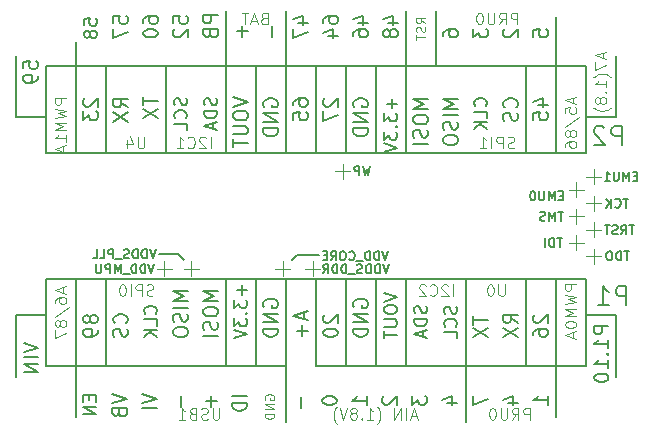
<source format=gbr>
G04 #@! TF.GenerationSoftware,KiCad,Pcbnew,(2017-08-02 revision 9760937)-master*
G04 #@! TF.CreationDate,2017-08-15T11:40:40-05:00*
G04 #@! TF.ProjectId,PocketBeagle,506F636B6574426561676C652E6B6963,rev?*
G04 #@! TF.SameCoordinates,Original*
G04 #@! TF.FileFunction,Legend,Bot*
G04 #@! TF.FilePolarity,Positive*
%FSLAX46Y46*%
G04 Gerber Fmt 4.6, Leading zero omitted, Abs format (unit mm)*
G04 Created by KiCad (PCBNEW (2017-08-02 revision 9760937)-master) date Tue Aug 15 11:40:40 2017*
%MOMM*%
%LPD*%
G01*
G04 APERTURE LIST*
%ADD10C,0.200000*%
%ADD11C,0.150000*%
%ADD12C,0.121920*%
%ADD13C,0.097536*%
%ADD14C,0.152400*%
%ADD15C,0.137160*%
%ADD16C,0.198120*%
%ADD17C,0.100000*%
%ADD18C,0.127000*%
G04 APERTURE END LIST*
D10*
X137309860Y-108699300D02*
X136822180Y-108211620D01*
X135153400Y-108211620D02*
X136822180Y-108211620D01*
X146870420Y-108231940D02*
X146403060Y-108699300D01*
X148701760Y-108231940D02*
X146870420Y-108231940D01*
D11*
X145969300Y-117703000D02*
X143429300Y-117703000D01*
X143429300Y-117703000D02*
X140889300Y-117703000D01*
X140889300Y-117703000D02*
X130729300Y-117703000D01*
X130729300Y-117703000D02*
X128189300Y-117703000D01*
X148509300Y-117703000D02*
X148509300Y-110337000D01*
X148509300Y-117703000D02*
X151049300Y-117703000D01*
X151049300Y-117703000D02*
X153589300Y-117703000D01*
X153589300Y-117703000D02*
X156129300Y-117703000D01*
X156129300Y-117703000D02*
X161209300Y-117703000D01*
X161209300Y-117703000D02*
X166289300Y-117703000D01*
X166289300Y-117703000D02*
X168829300Y-117703000D01*
X145969300Y-92303000D02*
X143429300Y-92303000D01*
X143429300Y-92303000D02*
X140889300Y-92303000D01*
X140889300Y-92303000D02*
X135809300Y-92303000D01*
X135809300Y-92303000D02*
X130729300Y-92303000D01*
X145969300Y-92303000D02*
X148509300Y-92303000D01*
X148509300Y-92303000D02*
X151049300Y-92303000D01*
X151049300Y-92303000D02*
X153589300Y-92303000D01*
X153589300Y-92303000D02*
X156129300Y-92303000D01*
X156129300Y-92303000D02*
X158669300Y-92303000D01*
X158669300Y-92303000D02*
X166289300Y-92303000D01*
X166289300Y-92303000D02*
X168829300Y-92303000D01*
X128189300Y-117703000D02*
X128189300Y-121995600D01*
X145969300Y-117703000D02*
X145969300Y-122376600D01*
X161209300Y-117703000D02*
X161209300Y-122376600D01*
X168829300Y-117703000D02*
X168829300Y-121995600D01*
X166289300Y-117703000D02*
X166289300Y-110337000D01*
X161209300Y-117703000D02*
X161209300Y-110337000D01*
X156129300Y-117703000D02*
X156129300Y-110337000D01*
X145969300Y-117703000D02*
X145969300Y-110337000D01*
X130729300Y-117703000D02*
X130729300Y-110337000D01*
X130729300Y-92303000D02*
X130729300Y-99669000D01*
X135809300Y-92303000D02*
X135809300Y-99669000D01*
X140889300Y-92303000D02*
X140889300Y-99669000D01*
X145969300Y-92303000D02*
X145969300Y-99669000D01*
X140889300Y-92303000D02*
X140889300Y-87604000D01*
X145969300Y-92303000D02*
X145969300Y-87604000D01*
X168829300Y-92303000D02*
X168829300Y-88112000D01*
X158669300Y-92303000D02*
X158669300Y-87604000D01*
X156129300Y-92303000D02*
X156129300Y-99669000D01*
X166289300Y-92303000D02*
X166289300Y-99669000D01*
X151049300Y-117703000D02*
X151049300Y-110337000D01*
X151049300Y-92303000D02*
X151049300Y-99669000D01*
D12*
X156988666Y-121927866D02*
X156529047Y-121927866D01*
X157080590Y-122203638D02*
X156758857Y-121238438D01*
X156437123Y-122203638D01*
X156115390Y-122203638D02*
X156115390Y-121238438D01*
X155655771Y-122203638D02*
X155655771Y-121238438D01*
X155104228Y-122203638D01*
X155104228Y-121238438D01*
X153633447Y-122571333D02*
X153679409Y-122525371D01*
X153771333Y-122387485D01*
X153817295Y-122295561D01*
X153863257Y-122157676D01*
X153909219Y-121927866D01*
X153909219Y-121744019D01*
X153863257Y-121514209D01*
X153817295Y-121376323D01*
X153771333Y-121284400D01*
X153679409Y-121146514D01*
X153633447Y-121100552D01*
X152760171Y-122203638D02*
X153311714Y-122203638D01*
X153035942Y-122203638D02*
X153035942Y-121238438D01*
X153127866Y-121376323D01*
X153219790Y-121468247D01*
X153311714Y-121514209D01*
X152346514Y-122111714D02*
X152300552Y-122157676D01*
X152346514Y-122203638D01*
X152392476Y-122157676D01*
X152346514Y-122111714D01*
X152346514Y-122203638D01*
X151749009Y-121652095D02*
X151840933Y-121606133D01*
X151886895Y-121560171D01*
X151932857Y-121468247D01*
X151932857Y-121422285D01*
X151886895Y-121330361D01*
X151840933Y-121284400D01*
X151749009Y-121238438D01*
X151565161Y-121238438D01*
X151473238Y-121284400D01*
X151427276Y-121330361D01*
X151381314Y-121422285D01*
X151381314Y-121468247D01*
X151427276Y-121560171D01*
X151473238Y-121606133D01*
X151565161Y-121652095D01*
X151749009Y-121652095D01*
X151840933Y-121698057D01*
X151886895Y-121744019D01*
X151932857Y-121835942D01*
X151932857Y-122019790D01*
X151886895Y-122111714D01*
X151840933Y-122157676D01*
X151749009Y-122203638D01*
X151565161Y-122203638D01*
X151473238Y-122157676D01*
X151427276Y-122111714D01*
X151381314Y-122019790D01*
X151381314Y-121835942D01*
X151427276Y-121744019D01*
X151473238Y-121698057D01*
X151565161Y-121652095D01*
X151105542Y-121238438D02*
X150783809Y-122203638D01*
X150462076Y-121238438D01*
X150232266Y-122571333D02*
X150186304Y-122525371D01*
X150094380Y-122387485D01*
X150048419Y-122295561D01*
X150002457Y-122157676D01*
X149956495Y-121927866D01*
X149956495Y-121744019D01*
X150002457Y-121514209D01*
X150048419Y-121376323D01*
X150094380Y-121284400D01*
X150186304Y-121146514D01*
X150232266Y-121100552D01*
D13*
X157735910Y-88647920D02*
X157368215Y-88390533D01*
X157735910Y-88206686D02*
X156963750Y-88206686D01*
X156963750Y-88500842D01*
X157000520Y-88574381D01*
X157037289Y-88611151D01*
X157110828Y-88647920D01*
X157221137Y-88647920D01*
X157294676Y-88611151D01*
X157331445Y-88574381D01*
X157368215Y-88500842D01*
X157368215Y-88206686D01*
X157699140Y-88942076D02*
X157735910Y-89052385D01*
X157735910Y-89236233D01*
X157699140Y-89309772D01*
X157662371Y-89346541D01*
X157588832Y-89383311D01*
X157515293Y-89383311D01*
X157441754Y-89346541D01*
X157404984Y-89309772D01*
X157368215Y-89236233D01*
X157331445Y-89089154D01*
X157294676Y-89015615D01*
X157257906Y-88978846D01*
X157184367Y-88942076D01*
X157110828Y-88942076D01*
X157037289Y-88978846D01*
X157000520Y-89015615D01*
X156963750Y-89089154D01*
X156963750Y-89273002D01*
X157000520Y-89383311D01*
X156963750Y-89603928D02*
X156963750Y-90045162D01*
X157735910Y-89824545D02*
X156963750Y-89824545D01*
D14*
X147427683Y-113121444D02*
X147427683Y-113695968D01*
X147772397Y-113006540D02*
X146565897Y-113408706D01*
X147772397Y-113810873D01*
X147312778Y-114213040D02*
X147312778Y-115132278D01*
X147772397Y-114672659D02*
X146853159Y-114672659D01*
X149220802Y-113351254D02*
X149163350Y-113408706D01*
X149105897Y-113523611D01*
X149105897Y-113810873D01*
X149163350Y-113925778D01*
X149220802Y-113983230D01*
X149335707Y-114040682D01*
X149450611Y-114040682D01*
X149622969Y-113983230D01*
X150312397Y-113293801D01*
X150312397Y-114040682D01*
X149105897Y-114787563D02*
X149105897Y-114902468D01*
X149163350Y-115017373D01*
X149220802Y-115074825D01*
X149335707Y-115132278D01*
X149565516Y-115189730D01*
X149852778Y-115189730D01*
X150082588Y-115132278D01*
X150197492Y-115074825D01*
X150254945Y-115017373D01*
X150312397Y-114902468D01*
X150312397Y-114787563D01*
X150254945Y-114672659D01*
X150197492Y-114615206D01*
X150082588Y-114557754D01*
X149852778Y-114500301D01*
X149565516Y-114500301D01*
X149335707Y-114557754D01*
X149220802Y-114615206D01*
X149163350Y-114672659D01*
X149105897Y-114787563D01*
X151703350Y-112661825D02*
X151645897Y-112546920D01*
X151645897Y-112374563D01*
X151703350Y-112202206D01*
X151818254Y-112087301D01*
X151933159Y-112029849D01*
X152162969Y-111972397D01*
X152335326Y-111972397D01*
X152565135Y-112029849D01*
X152680040Y-112087301D01*
X152794945Y-112202206D01*
X152852397Y-112374563D01*
X152852397Y-112489468D01*
X152794945Y-112661825D01*
X152737492Y-112719278D01*
X152335326Y-112719278D01*
X152335326Y-112489468D01*
X152852397Y-113236349D02*
X151645897Y-113236349D01*
X152852397Y-113925778D01*
X151645897Y-113925778D01*
X152852397Y-114500301D02*
X151645897Y-114500301D01*
X151645897Y-114787563D01*
X151703350Y-114959920D01*
X151818254Y-115074825D01*
X151933159Y-115132278D01*
X152162969Y-115189730D01*
X152335326Y-115189730D01*
X152565135Y-115132278D01*
X152680040Y-115074825D01*
X152794945Y-114959920D01*
X152852397Y-114787563D01*
X152852397Y-114500301D01*
D15*
X154251967Y-111499703D02*
X155337817Y-111861653D01*
X154251967Y-112223603D01*
X154251967Y-112792381D02*
X154251967Y-112999210D01*
X154303675Y-113102624D01*
X154407089Y-113206038D01*
X154613917Y-113257746D01*
X154975867Y-113257746D01*
X155182696Y-113206038D01*
X155286110Y-113102624D01*
X155337817Y-112999210D01*
X155337817Y-112792381D01*
X155286110Y-112688967D01*
X155182696Y-112585553D01*
X154975867Y-112533846D01*
X154613917Y-112533846D01*
X154407089Y-112585553D01*
X154303675Y-112688967D01*
X154251967Y-112792381D01*
X154251967Y-113723110D02*
X155130989Y-113723110D01*
X155234403Y-113774817D01*
X155286110Y-113826524D01*
X155337817Y-113929938D01*
X155337817Y-114136767D01*
X155286110Y-114240181D01*
X155234403Y-114291888D01*
X155130989Y-114343596D01*
X154251967Y-114343596D01*
X154251967Y-114705546D02*
X154251967Y-115326031D01*
X155337817Y-115015788D02*
X154251967Y-115015788D01*
X157826110Y-112585553D02*
X157877817Y-112740674D01*
X157877817Y-112999210D01*
X157826110Y-113102624D01*
X157774403Y-113154331D01*
X157670989Y-113206038D01*
X157567575Y-113206038D01*
X157464160Y-113154331D01*
X157412453Y-113102624D01*
X157360746Y-112999210D01*
X157309039Y-112792381D01*
X157257332Y-112688967D01*
X157205625Y-112637260D01*
X157102210Y-112585553D01*
X156998796Y-112585553D01*
X156895382Y-112637260D01*
X156843675Y-112688967D01*
X156791967Y-112792381D01*
X156791967Y-113050917D01*
X156843675Y-113206038D01*
X157877817Y-113671403D02*
X156791967Y-113671403D01*
X156791967Y-113929938D01*
X156843675Y-114085060D01*
X156947089Y-114188474D01*
X157050503Y-114240181D01*
X157257332Y-114291888D01*
X157412453Y-114291888D01*
X157619282Y-114240181D01*
X157722696Y-114188474D01*
X157826110Y-114085060D01*
X157877817Y-113929938D01*
X157877817Y-113671403D01*
X157567575Y-114705546D02*
X157567575Y-115222617D01*
X157877817Y-114602131D02*
X156791967Y-114964081D01*
X157877817Y-115326031D01*
X160366110Y-112637260D02*
X160417817Y-112792381D01*
X160417817Y-113050917D01*
X160366110Y-113154331D01*
X160314403Y-113206038D01*
X160210989Y-113257746D01*
X160107575Y-113257746D01*
X160004160Y-113206038D01*
X159952453Y-113154331D01*
X159900746Y-113050917D01*
X159849039Y-112844088D01*
X159797332Y-112740674D01*
X159745625Y-112688967D01*
X159642210Y-112637260D01*
X159538796Y-112637260D01*
X159435382Y-112688967D01*
X159383675Y-112740674D01*
X159331967Y-112844088D01*
X159331967Y-113102624D01*
X159383675Y-113257746D01*
X160314403Y-114343596D02*
X160366110Y-114291888D01*
X160417817Y-114136767D01*
X160417817Y-114033353D01*
X160366110Y-113878231D01*
X160262696Y-113774817D01*
X160159282Y-113723110D01*
X159952453Y-113671403D01*
X159797332Y-113671403D01*
X159590503Y-113723110D01*
X159487089Y-113774817D01*
X159383675Y-113878231D01*
X159331967Y-114033353D01*
X159331967Y-114136767D01*
X159383675Y-114291888D01*
X159435382Y-114343596D01*
X160417817Y-115326031D02*
X160417817Y-114808960D01*
X159331967Y-114808960D01*
D14*
X161805897Y-113466159D02*
X161805897Y-114155587D01*
X163012397Y-113810873D02*
X161805897Y-113810873D01*
X161805897Y-114442849D02*
X163012397Y-115247182D01*
X161805897Y-115247182D02*
X163012397Y-114442849D01*
X165552397Y-114040682D02*
X164977873Y-113638516D01*
X165552397Y-113351254D02*
X164345897Y-113351254D01*
X164345897Y-113810873D01*
X164403350Y-113925778D01*
X164460802Y-113983230D01*
X164575707Y-114040682D01*
X164748064Y-114040682D01*
X164862969Y-113983230D01*
X164920421Y-113925778D01*
X164977873Y-113810873D01*
X164977873Y-113351254D01*
X164345897Y-114442849D02*
X165552397Y-115247182D01*
X164345897Y-115247182D02*
X165552397Y-114442849D01*
X167000802Y-113351254D02*
X166943350Y-113408706D01*
X166885897Y-113523611D01*
X166885897Y-113810873D01*
X166943350Y-113925778D01*
X167000802Y-113983230D01*
X167115707Y-114040682D01*
X167230611Y-114040682D01*
X167402969Y-113983230D01*
X168092397Y-113293801D01*
X168092397Y-114040682D01*
X166885897Y-115074825D02*
X166885897Y-114845016D01*
X166943350Y-114730111D01*
X167000802Y-114672659D01*
X167173159Y-114557754D01*
X167402969Y-114500301D01*
X167862588Y-114500301D01*
X167977492Y-114557754D01*
X168034945Y-114615206D01*
X168092397Y-114730111D01*
X168092397Y-114959920D01*
X168034945Y-115074825D01*
X167977492Y-115132278D01*
X167862588Y-115189730D01*
X167575326Y-115189730D01*
X167460421Y-115132278D01*
X167402969Y-115074825D01*
X167345516Y-114959920D01*
X167345516Y-114730111D01*
X167402969Y-114615206D01*
X167460421Y-114557754D01*
X167575326Y-114500301D01*
X144083350Y-112661825D02*
X144025897Y-112546920D01*
X144025897Y-112374563D01*
X144083350Y-112202206D01*
X144198254Y-112087301D01*
X144313159Y-112029849D01*
X144542969Y-111972397D01*
X144715326Y-111972397D01*
X144945135Y-112029849D01*
X145060040Y-112087301D01*
X145174945Y-112202206D01*
X145232397Y-112374563D01*
X145232397Y-112489468D01*
X145174945Y-112661825D01*
X145117492Y-112719278D01*
X144715326Y-112719278D01*
X144715326Y-112489468D01*
X145232397Y-113236349D02*
X144025897Y-113236349D01*
X145232397Y-113925778D01*
X144025897Y-113925778D01*
X145232397Y-114500301D02*
X144025897Y-114500301D01*
X144025897Y-114787563D01*
X144083350Y-114959920D01*
X144198254Y-115074825D01*
X144313159Y-115132278D01*
X144542969Y-115189730D01*
X144715326Y-115189730D01*
X144945135Y-115132278D01*
X145060040Y-115074825D01*
X145174945Y-114959920D01*
X145232397Y-114787563D01*
X145232397Y-114500301D01*
D15*
X142224160Y-110827510D02*
X142224160Y-111654824D01*
X142637817Y-111241167D02*
X141810503Y-111241167D01*
X141551967Y-112068481D02*
X141551967Y-112740674D01*
X141965625Y-112378724D01*
X141965625Y-112533846D01*
X142017332Y-112637260D01*
X142069039Y-112688967D01*
X142172453Y-112740674D01*
X142430989Y-112740674D01*
X142534403Y-112688967D01*
X142586110Y-112637260D01*
X142637817Y-112533846D01*
X142637817Y-112223603D01*
X142586110Y-112120188D01*
X142534403Y-112068481D01*
X142534403Y-113206038D02*
X142586110Y-113257746D01*
X142637817Y-113206038D01*
X142586110Y-113154331D01*
X142534403Y-113206038D01*
X142637817Y-113206038D01*
X141551967Y-113619696D02*
X141551967Y-114291888D01*
X141965625Y-113929938D01*
X141965625Y-114085060D01*
X142017332Y-114188474D01*
X142069039Y-114240181D01*
X142172453Y-114291888D01*
X142430989Y-114291888D01*
X142534403Y-114240181D01*
X142586110Y-114188474D01*
X142637817Y-114085060D01*
X142637817Y-113774817D01*
X142586110Y-113671403D01*
X142534403Y-113619696D01*
X141551967Y-114602131D02*
X142637817Y-114964081D01*
X141551967Y-115326031D01*
D14*
X140152397Y-111340420D02*
X138945897Y-111340420D01*
X139807683Y-111742587D01*
X138945897Y-112144754D01*
X140152397Y-112144754D01*
X138945897Y-112949087D02*
X138945897Y-113178897D01*
X139003350Y-113293801D01*
X139118254Y-113408706D01*
X139348064Y-113466159D01*
X139750230Y-113466159D01*
X139980040Y-113408706D01*
X140094945Y-113293801D01*
X140152397Y-113178897D01*
X140152397Y-112949087D01*
X140094945Y-112834182D01*
X139980040Y-112719278D01*
X139750230Y-112661825D01*
X139348064Y-112661825D01*
X139118254Y-112719278D01*
X139003350Y-112834182D01*
X138945897Y-112949087D01*
X140094945Y-113925778D02*
X140152397Y-114098135D01*
X140152397Y-114385397D01*
X140094945Y-114500301D01*
X140037492Y-114557754D01*
X139922588Y-114615206D01*
X139807683Y-114615206D01*
X139692778Y-114557754D01*
X139635326Y-114500301D01*
X139577873Y-114385397D01*
X139520421Y-114155587D01*
X139462969Y-114040682D01*
X139405516Y-113983230D01*
X139290611Y-113925778D01*
X139175707Y-113925778D01*
X139060802Y-113983230D01*
X139003350Y-114040682D01*
X138945897Y-114155587D01*
X138945897Y-114442849D01*
X139003350Y-114615206D01*
X140152397Y-115132278D02*
X138945897Y-115132278D01*
X137612397Y-111340420D02*
X136405897Y-111340420D01*
X137267683Y-111742587D01*
X136405897Y-112144754D01*
X137612397Y-112144754D01*
X137612397Y-112719278D02*
X136405897Y-112719278D01*
X137554945Y-113236349D02*
X137612397Y-113408706D01*
X137612397Y-113695968D01*
X137554945Y-113810873D01*
X137497492Y-113868325D01*
X137382588Y-113925778D01*
X137267683Y-113925778D01*
X137152778Y-113868325D01*
X137095326Y-113810873D01*
X137037873Y-113695968D01*
X136980421Y-113466159D01*
X136922969Y-113351254D01*
X136865516Y-113293801D01*
X136750611Y-113236349D01*
X136635707Y-113236349D01*
X136520802Y-113293801D01*
X136463350Y-113351254D01*
X136405897Y-113466159D01*
X136405897Y-113753420D01*
X136463350Y-113925778D01*
X136405897Y-114672659D02*
X136405897Y-114902468D01*
X136463350Y-115017373D01*
X136578254Y-115132278D01*
X136808064Y-115189730D01*
X137210230Y-115189730D01*
X137440040Y-115132278D01*
X137554945Y-115017373D01*
X137612397Y-114902468D01*
X137612397Y-114672659D01*
X137554945Y-114557754D01*
X137440040Y-114442849D01*
X137210230Y-114385397D01*
X136808064Y-114385397D01*
X136578254Y-114442849D01*
X136463350Y-114557754D01*
X136405897Y-114672659D01*
D15*
X134914403Y-113257746D02*
X134966110Y-113206038D01*
X135017817Y-113050917D01*
X135017817Y-112947503D01*
X134966110Y-112792381D01*
X134862696Y-112688967D01*
X134759282Y-112637260D01*
X134552453Y-112585553D01*
X134397332Y-112585553D01*
X134190503Y-112637260D01*
X134087089Y-112688967D01*
X133983675Y-112792381D01*
X133931967Y-112947503D01*
X133931967Y-113050917D01*
X133983675Y-113206038D01*
X134035382Y-113257746D01*
X135017817Y-114240181D02*
X135017817Y-113723110D01*
X133931967Y-113723110D01*
X135017817Y-114602131D02*
X133931967Y-114602131D01*
X135017817Y-115222617D02*
X134397332Y-114757253D01*
X133931967Y-115222617D02*
X134552453Y-114602131D01*
D14*
X132417492Y-114040682D02*
X132474945Y-113983230D01*
X132532397Y-113810873D01*
X132532397Y-113695968D01*
X132474945Y-113523611D01*
X132360040Y-113408706D01*
X132245135Y-113351254D01*
X132015326Y-113293801D01*
X131842969Y-113293801D01*
X131613159Y-113351254D01*
X131498254Y-113408706D01*
X131383350Y-113523611D01*
X131325897Y-113695968D01*
X131325897Y-113810873D01*
X131383350Y-113983230D01*
X131440802Y-114040682D01*
X132474945Y-114500301D02*
X132532397Y-114672659D01*
X132532397Y-114959920D01*
X132474945Y-115074825D01*
X132417492Y-115132278D01*
X132302588Y-115189730D01*
X132187683Y-115189730D01*
X132072778Y-115132278D01*
X132015326Y-115074825D01*
X131957873Y-114959920D01*
X131900421Y-114730111D01*
X131842969Y-114615206D01*
X131785516Y-114557754D01*
X131670611Y-114500301D01*
X131555707Y-114500301D01*
X131440802Y-114557754D01*
X131383350Y-114615206D01*
X131325897Y-114730111D01*
X131325897Y-115017373D01*
X131383350Y-115189730D01*
X129302969Y-113581063D02*
X129245516Y-113466159D01*
X129188064Y-113408706D01*
X129073159Y-113351254D01*
X129015707Y-113351254D01*
X128900802Y-113408706D01*
X128843350Y-113466159D01*
X128785897Y-113581063D01*
X128785897Y-113810873D01*
X128843350Y-113925778D01*
X128900802Y-113983230D01*
X129015707Y-114040682D01*
X129073159Y-114040682D01*
X129188064Y-113983230D01*
X129245516Y-113925778D01*
X129302969Y-113810873D01*
X129302969Y-113581063D01*
X129360421Y-113466159D01*
X129417873Y-113408706D01*
X129532778Y-113351254D01*
X129762588Y-113351254D01*
X129877492Y-113408706D01*
X129934945Y-113466159D01*
X129992397Y-113581063D01*
X129992397Y-113810873D01*
X129934945Y-113925778D01*
X129877492Y-113983230D01*
X129762588Y-114040682D01*
X129532778Y-114040682D01*
X129417873Y-113983230D01*
X129360421Y-113925778D01*
X129302969Y-113810873D01*
X129992397Y-114615206D02*
X129992397Y-114845016D01*
X129934945Y-114959920D01*
X129877492Y-115017373D01*
X129705135Y-115132278D01*
X129475326Y-115189730D01*
X129015707Y-115189730D01*
X128900802Y-115132278D01*
X128843350Y-115074825D01*
X128785897Y-114959920D01*
X128785897Y-114730111D01*
X128843350Y-114615206D01*
X128900802Y-114557754D01*
X129015707Y-114500301D01*
X129302969Y-114500301D01*
X129417873Y-114557754D01*
X129475326Y-114615206D01*
X129532778Y-114730111D01*
X129532778Y-114959920D01*
X129475326Y-115074825D01*
X129417873Y-115132278D01*
X129302969Y-115189730D01*
D12*
X127067466Y-111027009D02*
X127067466Y-111486628D01*
X127343238Y-110935085D02*
X126378038Y-111256818D01*
X127343238Y-111578552D01*
X126378038Y-112313942D02*
X126378038Y-112130094D01*
X126424000Y-112038171D01*
X126469961Y-111992209D01*
X126607847Y-111900285D01*
X126791695Y-111854323D01*
X127159390Y-111854323D01*
X127251314Y-111900285D01*
X127297276Y-111946247D01*
X127343238Y-112038171D01*
X127343238Y-112222018D01*
X127297276Y-112313942D01*
X127251314Y-112359904D01*
X127159390Y-112405866D01*
X126929580Y-112405866D01*
X126837657Y-112359904D01*
X126791695Y-112313942D01*
X126745733Y-112222018D01*
X126745733Y-112038171D01*
X126791695Y-111946247D01*
X126837657Y-111900285D01*
X126929580Y-111854323D01*
X126332076Y-113508952D02*
X127573047Y-112681637D01*
X126791695Y-113968571D02*
X126745733Y-113876647D01*
X126699771Y-113830685D01*
X126607847Y-113784723D01*
X126561885Y-113784723D01*
X126469961Y-113830685D01*
X126424000Y-113876647D01*
X126378038Y-113968571D01*
X126378038Y-114152418D01*
X126424000Y-114244342D01*
X126469961Y-114290304D01*
X126561885Y-114336266D01*
X126607847Y-114336266D01*
X126699771Y-114290304D01*
X126745733Y-114244342D01*
X126791695Y-114152418D01*
X126791695Y-113968571D01*
X126837657Y-113876647D01*
X126883619Y-113830685D01*
X126975542Y-113784723D01*
X127159390Y-113784723D01*
X127251314Y-113830685D01*
X127297276Y-113876647D01*
X127343238Y-113968571D01*
X127343238Y-114152418D01*
X127297276Y-114244342D01*
X127251314Y-114290304D01*
X127159390Y-114336266D01*
X126975542Y-114336266D01*
X126883619Y-114290304D01*
X126837657Y-114244342D01*
X126791695Y-114152418D01*
X126378038Y-114657999D02*
X126378038Y-115301466D01*
X127343238Y-114887809D01*
D14*
X154588064Y-88589278D02*
X155392397Y-88589278D01*
X154128445Y-88302016D02*
X154990230Y-88014754D01*
X154990230Y-88761635D01*
X154702969Y-89393611D02*
X154645516Y-89278706D01*
X154588064Y-89221254D01*
X154473159Y-89163801D01*
X154415707Y-89163801D01*
X154300802Y-89221254D01*
X154243350Y-89278706D01*
X154185897Y-89393611D01*
X154185897Y-89623420D01*
X154243350Y-89738325D01*
X154300802Y-89795778D01*
X154415707Y-89853230D01*
X154473159Y-89853230D01*
X154588064Y-89795778D01*
X154645516Y-89738325D01*
X154702969Y-89623420D01*
X154702969Y-89393611D01*
X154760421Y-89278706D01*
X154817873Y-89221254D01*
X154932778Y-89163801D01*
X155162588Y-89163801D01*
X155277492Y-89221254D01*
X155334945Y-89278706D01*
X155392397Y-89393611D01*
X155392397Y-89623420D01*
X155334945Y-89738325D01*
X155277492Y-89795778D01*
X155162588Y-89853230D01*
X154932778Y-89853230D01*
X154817873Y-89795778D01*
X154760421Y-89738325D01*
X154702969Y-89623420D01*
X152048064Y-88589278D02*
X152852397Y-88589278D01*
X151588445Y-88302016D02*
X152450230Y-88014754D01*
X152450230Y-88761635D01*
X151645897Y-89738325D02*
X151645897Y-89508516D01*
X151703350Y-89393611D01*
X151760802Y-89336159D01*
X151933159Y-89221254D01*
X152162969Y-89163801D01*
X152622588Y-89163801D01*
X152737492Y-89221254D01*
X152794945Y-89278706D01*
X152852397Y-89393611D01*
X152852397Y-89623420D01*
X152794945Y-89738325D01*
X152737492Y-89795778D01*
X152622588Y-89853230D01*
X152335326Y-89853230D01*
X152220421Y-89795778D01*
X152162969Y-89738325D01*
X152105516Y-89623420D01*
X152105516Y-89393611D01*
X152162969Y-89278706D01*
X152220421Y-89221254D01*
X152335326Y-89163801D01*
X149105897Y-88589278D02*
X149105897Y-88359468D01*
X149163350Y-88244563D01*
X149220802Y-88187111D01*
X149393159Y-88072206D01*
X149622969Y-88014754D01*
X150082588Y-88014754D01*
X150197492Y-88072206D01*
X150254945Y-88129659D01*
X150312397Y-88244563D01*
X150312397Y-88474373D01*
X150254945Y-88589278D01*
X150197492Y-88646730D01*
X150082588Y-88704182D01*
X149795326Y-88704182D01*
X149680421Y-88646730D01*
X149622969Y-88589278D01*
X149565516Y-88474373D01*
X149565516Y-88244563D01*
X149622969Y-88129659D01*
X149680421Y-88072206D01*
X149795326Y-88014754D01*
X149508064Y-89738325D02*
X150312397Y-89738325D01*
X149048445Y-89451063D02*
X149910230Y-89163801D01*
X149910230Y-89910682D01*
X146968064Y-88589278D02*
X147772397Y-88589278D01*
X146508445Y-88302016D02*
X147370230Y-88014754D01*
X147370230Y-88761635D01*
X146565897Y-89106349D02*
X146565897Y-89910682D01*
X147772397Y-89393611D01*
X144772778Y-88876540D02*
X144772778Y-89795778D01*
X142232778Y-88876540D02*
X142232778Y-89795778D01*
X142692397Y-89336159D02*
X141773159Y-89336159D01*
X140152397Y-87957301D02*
X138945897Y-87957301D01*
X138945897Y-88416920D01*
X139003350Y-88531825D01*
X139060802Y-88589278D01*
X139175707Y-88646730D01*
X139348064Y-88646730D01*
X139462969Y-88589278D01*
X139520421Y-88531825D01*
X139577873Y-88416920D01*
X139577873Y-87957301D01*
X139520421Y-89565968D02*
X139577873Y-89738325D01*
X139635326Y-89795778D01*
X139750230Y-89853230D01*
X139922588Y-89853230D01*
X140037492Y-89795778D01*
X140094945Y-89738325D01*
X140152397Y-89623420D01*
X140152397Y-89163801D01*
X138945897Y-89163801D01*
X138945897Y-89565968D01*
X139003350Y-89680873D01*
X139060802Y-89738325D01*
X139175707Y-89795778D01*
X139290611Y-89795778D01*
X139405516Y-89738325D01*
X139462969Y-89680873D01*
X139520421Y-89565968D01*
X139520421Y-89163801D01*
X136405897Y-88646730D02*
X136405897Y-88072206D01*
X136980421Y-88014754D01*
X136922969Y-88072206D01*
X136865516Y-88187111D01*
X136865516Y-88474373D01*
X136922969Y-88589278D01*
X136980421Y-88646730D01*
X137095326Y-88704182D01*
X137382588Y-88704182D01*
X137497492Y-88646730D01*
X137554945Y-88589278D01*
X137612397Y-88474373D01*
X137612397Y-88187111D01*
X137554945Y-88072206D01*
X137497492Y-88014754D01*
X136520802Y-89163801D02*
X136463350Y-89221254D01*
X136405897Y-89336159D01*
X136405897Y-89623420D01*
X136463350Y-89738325D01*
X136520802Y-89795778D01*
X136635707Y-89853230D01*
X136750611Y-89853230D01*
X136922969Y-89795778D01*
X137612397Y-89106349D01*
X137612397Y-89853230D01*
X133865897Y-88589278D02*
X133865897Y-88359468D01*
X133923350Y-88244563D01*
X133980802Y-88187111D01*
X134153159Y-88072206D01*
X134382969Y-88014754D01*
X134842588Y-88014754D01*
X134957492Y-88072206D01*
X135014945Y-88129659D01*
X135072397Y-88244563D01*
X135072397Y-88474373D01*
X135014945Y-88589278D01*
X134957492Y-88646730D01*
X134842588Y-88704182D01*
X134555326Y-88704182D01*
X134440421Y-88646730D01*
X134382969Y-88589278D01*
X134325516Y-88474373D01*
X134325516Y-88244563D01*
X134382969Y-88129659D01*
X134440421Y-88072206D01*
X134555326Y-88014754D01*
X133865897Y-89451063D02*
X133865897Y-89565968D01*
X133923350Y-89680873D01*
X133980802Y-89738325D01*
X134095707Y-89795778D01*
X134325516Y-89853230D01*
X134612778Y-89853230D01*
X134842588Y-89795778D01*
X134957492Y-89738325D01*
X135014945Y-89680873D01*
X135072397Y-89565968D01*
X135072397Y-89451063D01*
X135014945Y-89336159D01*
X134957492Y-89278706D01*
X134842588Y-89221254D01*
X134612778Y-89163801D01*
X134325516Y-89163801D01*
X134095707Y-89221254D01*
X133980802Y-89278706D01*
X133923350Y-89336159D01*
X133865897Y-89451063D01*
X131325897Y-88646730D02*
X131325897Y-88072206D01*
X131900421Y-88014754D01*
X131842969Y-88072206D01*
X131785516Y-88187111D01*
X131785516Y-88474373D01*
X131842969Y-88589278D01*
X131900421Y-88646730D01*
X132015326Y-88704182D01*
X132302588Y-88704182D01*
X132417492Y-88646730D01*
X132474945Y-88589278D01*
X132532397Y-88474373D01*
X132532397Y-88187111D01*
X132474945Y-88072206D01*
X132417492Y-88014754D01*
X131325897Y-89106349D02*
X131325897Y-89910682D01*
X132532397Y-89393611D01*
D15*
X128851967Y-88800267D02*
X128851967Y-88283196D01*
X129369039Y-88231488D01*
X129317332Y-88283196D01*
X129265625Y-88386610D01*
X129265625Y-88645146D01*
X129317332Y-88748560D01*
X129369039Y-88800267D01*
X129472453Y-88851974D01*
X129730989Y-88851974D01*
X129834403Y-88800267D01*
X129886110Y-88748560D01*
X129937817Y-88645146D01*
X129937817Y-88386610D01*
X129886110Y-88283196D01*
X129834403Y-88231488D01*
X129317332Y-89472460D02*
X129265625Y-89369046D01*
X129213917Y-89317338D01*
X129110503Y-89265631D01*
X129058796Y-89265631D01*
X128955382Y-89317338D01*
X128903675Y-89369046D01*
X128851967Y-89472460D01*
X128851967Y-89679288D01*
X128903675Y-89782703D01*
X128955382Y-89834410D01*
X129058796Y-89886117D01*
X129110503Y-89886117D01*
X129213917Y-89834410D01*
X129265625Y-89782703D01*
X129317332Y-89679288D01*
X129317332Y-89472460D01*
X129369039Y-89369046D01*
X129420746Y-89317338D01*
X129524160Y-89265631D01*
X129730989Y-89265631D01*
X129834403Y-89317338D01*
X129886110Y-89369046D01*
X129937817Y-89472460D01*
X129937817Y-89679288D01*
X129886110Y-89782703D01*
X129834403Y-89834410D01*
X129730989Y-89886117D01*
X129524160Y-89886117D01*
X129420746Y-89834410D01*
X129369039Y-89782703D01*
X129317332Y-89679288D01*
D14*
X123705897Y-92476445D02*
X123705897Y-91901921D01*
X124280421Y-91844469D01*
X124222969Y-91901921D01*
X124165516Y-92016826D01*
X124165516Y-92304088D01*
X124222969Y-92418993D01*
X124280421Y-92476445D01*
X124395326Y-92533898D01*
X124682588Y-92533898D01*
X124797492Y-92476445D01*
X124854945Y-92418993D01*
X124912397Y-92304088D01*
X124912397Y-92016826D01*
X124854945Y-91901921D01*
X124797492Y-91844469D01*
X124912397Y-93108421D02*
X124912397Y-93338231D01*
X124854945Y-93453136D01*
X124797492Y-93510588D01*
X124625135Y-93625493D01*
X124395326Y-93682945D01*
X123935707Y-93682945D01*
X123820802Y-93625493D01*
X123763350Y-93568040D01*
X123705897Y-93453136D01*
X123705897Y-93223326D01*
X123763350Y-93108421D01*
X123820802Y-93050969D01*
X123935707Y-92993517D01*
X124222969Y-92993517D01*
X124337873Y-93050969D01*
X124395326Y-93108421D01*
X124452778Y-93223326D01*
X124452778Y-93453136D01*
X124395326Y-93568040D01*
X124337873Y-93625493D01*
X124222969Y-93682945D01*
X159265897Y-89738325D02*
X159265897Y-89508516D01*
X159323350Y-89393611D01*
X159380802Y-89336159D01*
X159553159Y-89221254D01*
X159782969Y-89163801D01*
X160242588Y-89163801D01*
X160357492Y-89221254D01*
X160414945Y-89278706D01*
X160472397Y-89393611D01*
X160472397Y-89623420D01*
X160414945Y-89738325D01*
X160357492Y-89795778D01*
X160242588Y-89853230D01*
X159955326Y-89853230D01*
X159840421Y-89795778D01*
X159782969Y-89738325D01*
X159725516Y-89623420D01*
X159725516Y-89393611D01*
X159782969Y-89278706D01*
X159840421Y-89221254D01*
X159955326Y-89163801D01*
X161805897Y-89106349D02*
X161805897Y-89853230D01*
X162265516Y-89451063D01*
X162265516Y-89623420D01*
X162322969Y-89738325D01*
X162380421Y-89795778D01*
X162495326Y-89853230D01*
X162782588Y-89853230D01*
X162897492Y-89795778D01*
X162954945Y-89738325D01*
X163012397Y-89623420D01*
X163012397Y-89278706D01*
X162954945Y-89163801D01*
X162897492Y-89106349D01*
X164460802Y-89163801D02*
X164403350Y-89221254D01*
X164345897Y-89336159D01*
X164345897Y-89623420D01*
X164403350Y-89738325D01*
X164460802Y-89795778D01*
X164575707Y-89853230D01*
X164690611Y-89853230D01*
X164862969Y-89795778D01*
X165552397Y-89106349D01*
X165552397Y-89853230D01*
X166885897Y-89795778D02*
X166885897Y-89221254D01*
X167460421Y-89163801D01*
X167402969Y-89221254D01*
X167345516Y-89336159D01*
X167345516Y-89623420D01*
X167402969Y-89738325D01*
X167460421Y-89795778D01*
X167575326Y-89853230D01*
X167862588Y-89853230D01*
X167977492Y-89795778D01*
X168034945Y-89738325D01*
X168092397Y-89623420D01*
X168092397Y-89336159D01*
X168034945Y-89221254D01*
X167977492Y-89163801D01*
D12*
X172787466Y-91143695D02*
X172787466Y-91603314D01*
X173063238Y-91051771D02*
X172098038Y-91373505D01*
X173063238Y-91695238D01*
X172098038Y-91925048D02*
X172098038Y-92568514D01*
X173063238Y-92154857D01*
X173430933Y-93211981D02*
X173384971Y-93166019D01*
X173247085Y-93074095D01*
X173155161Y-93028133D01*
X173017276Y-92982171D01*
X172787466Y-92936209D01*
X172603619Y-92936209D01*
X172373809Y-92982171D01*
X172235923Y-93028133D01*
X172144000Y-93074095D01*
X172006114Y-93166019D01*
X171960152Y-93211981D01*
X173063238Y-94085257D02*
X173063238Y-93533714D01*
X173063238Y-93809486D02*
X172098038Y-93809486D01*
X172235923Y-93717562D01*
X172327847Y-93625638D01*
X172373809Y-93533714D01*
X172971314Y-94498914D02*
X173017276Y-94544876D01*
X173063238Y-94498914D01*
X173017276Y-94452952D01*
X172971314Y-94498914D01*
X173063238Y-94498914D01*
X172511695Y-95096419D02*
X172465733Y-95004495D01*
X172419771Y-94958533D01*
X172327847Y-94912571D01*
X172281885Y-94912571D01*
X172189961Y-94958533D01*
X172144000Y-95004495D01*
X172098038Y-95096419D01*
X172098038Y-95280267D01*
X172144000Y-95372190D01*
X172189961Y-95418152D01*
X172281885Y-95464114D01*
X172327847Y-95464114D01*
X172419771Y-95418152D01*
X172465733Y-95372190D01*
X172511695Y-95280267D01*
X172511695Y-95096419D01*
X172557657Y-95004495D01*
X172603619Y-94958533D01*
X172695542Y-94912571D01*
X172879390Y-94912571D01*
X172971314Y-94958533D01*
X173017276Y-95004495D01*
X173063238Y-95096419D01*
X173063238Y-95280267D01*
X173017276Y-95372190D01*
X172971314Y-95418152D01*
X172879390Y-95464114D01*
X172695542Y-95464114D01*
X172603619Y-95418152D01*
X172557657Y-95372190D01*
X172511695Y-95280267D01*
X173430933Y-95785848D02*
X173384971Y-95831809D01*
X173247085Y-95923733D01*
X173155161Y-95969695D01*
X173017276Y-96015657D01*
X172787466Y-96061619D01*
X172603619Y-96061619D01*
X172373809Y-96015657D01*
X172235923Y-95969695D01*
X172144000Y-95923733D01*
X172006114Y-95831809D01*
X171960152Y-95785848D01*
D11*
X168829300Y-92303000D02*
X171369300Y-92303000D01*
D12*
X127343238Y-94999657D02*
X126378038Y-94999657D01*
X126378038Y-95367352D01*
X126424000Y-95459276D01*
X126469961Y-95505238D01*
X126561885Y-95551200D01*
X126699771Y-95551200D01*
X126791695Y-95505238D01*
X126837657Y-95459276D01*
X126883619Y-95367352D01*
X126883619Y-94999657D01*
X126378038Y-95872933D02*
X127343238Y-96102743D01*
X126653809Y-96286590D01*
X127343238Y-96470438D01*
X126378038Y-96700248D01*
X127343238Y-97067943D02*
X126378038Y-97067943D01*
X127067466Y-97389676D01*
X126378038Y-97711409D01*
X127343238Y-97711409D01*
X127343238Y-98676609D02*
X127343238Y-98125067D01*
X127343238Y-98400838D02*
X126378038Y-98400838D01*
X126515923Y-98308914D01*
X126607847Y-98216990D01*
X126653809Y-98125067D01*
X127067466Y-99044305D02*
X127067466Y-99503924D01*
X127343238Y-98952381D02*
X126378038Y-99274114D01*
X127343238Y-99595848D01*
D14*
X128900802Y-95019469D02*
X128843350Y-95076921D01*
X128785897Y-95191826D01*
X128785897Y-95479088D01*
X128843350Y-95593993D01*
X128900802Y-95651445D01*
X129015707Y-95708898D01*
X129130611Y-95708898D01*
X129302969Y-95651445D01*
X129992397Y-94962017D01*
X129992397Y-95708898D01*
X128785897Y-96111064D02*
X128785897Y-96857945D01*
X129245516Y-96455779D01*
X129245516Y-96628136D01*
X129302969Y-96743040D01*
X129360421Y-96800493D01*
X129475326Y-96857945D01*
X129762588Y-96857945D01*
X129877492Y-96800493D01*
X129934945Y-96743040D01*
X129992397Y-96628136D01*
X129992397Y-96283421D01*
X129934945Y-96168517D01*
X129877492Y-96111064D01*
X132532397Y-95766350D02*
X131957873Y-95364183D01*
X132532397Y-95076921D02*
X131325897Y-95076921D01*
X131325897Y-95536540D01*
X131383350Y-95651445D01*
X131440802Y-95708898D01*
X131555707Y-95766350D01*
X131728064Y-95766350D01*
X131842969Y-95708898D01*
X131900421Y-95651445D01*
X131957873Y-95536540D01*
X131957873Y-95076921D01*
X131325897Y-96168517D02*
X132532397Y-96972850D01*
X131325897Y-96972850D02*
X132532397Y-96168517D01*
X133865897Y-94904564D02*
X133865897Y-95593993D01*
X135072397Y-95249279D02*
X133865897Y-95249279D01*
X133865897Y-95881255D02*
X135072397Y-96685588D01*
X133865897Y-96685588D02*
X135072397Y-95881255D01*
D15*
X137506110Y-94986582D02*
X137557817Y-95141704D01*
X137557817Y-95400239D01*
X137506110Y-95503654D01*
X137454403Y-95555361D01*
X137350989Y-95607068D01*
X137247575Y-95607068D01*
X137144160Y-95555361D01*
X137092453Y-95503654D01*
X137040746Y-95400239D01*
X136989039Y-95193411D01*
X136937332Y-95089996D01*
X136885625Y-95038289D01*
X136782210Y-94986582D01*
X136678796Y-94986582D01*
X136575382Y-95038289D01*
X136523675Y-95089996D01*
X136471967Y-95193411D01*
X136471967Y-95451946D01*
X136523675Y-95607068D01*
X137454403Y-96692918D02*
X137506110Y-96641211D01*
X137557817Y-96486089D01*
X137557817Y-96382675D01*
X137506110Y-96227554D01*
X137402696Y-96124139D01*
X137299282Y-96072432D01*
X137092453Y-96020725D01*
X136937332Y-96020725D01*
X136730503Y-96072432D01*
X136627089Y-96124139D01*
X136523675Y-96227554D01*
X136471967Y-96382675D01*
X136471967Y-96486089D01*
X136523675Y-96641211D01*
X136575382Y-96692918D01*
X137557817Y-97675354D02*
X137557817Y-97158282D01*
X136471967Y-97158282D01*
X140046110Y-94986582D02*
X140097817Y-95141704D01*
X140097817Y-95400239D01*
X140046110Y-95503654D01*
X139994403Y-95555361D01*
X139890989Y-95607068D01*
X139787575Y-95607068D01*
X139684160Y-95555361D01*
X139632453Y-95503654D01*
X139580746Y-95400239D01*
X139529039Y-95193411D01*
X139477332Y-95089996D01*
X139425625Y-95038289D01*
X139322210Y-94986582D01*
X139218796Y-94986582D01*
X139115382Y-95038289D01*
X139063675Y-95089996D01*
X139011967Y-95193411D01*
X139011967Y-95451946D01*
X139063675Y-95607068D01*
X140097817Y-96072432D02*
X139011967Y-96072432D01*
X139011967Y-96330968D01*
X139063675Y-96486089D01*
X139167089Y-96589504D01*
X139270503Y-96641211D01*
X139477332Y-96692918D01*
X139632453Y-96692918D01*
X139839282Y-96641211D01*
X139942696Y-96589504D01*
X140046110Y-96486089D01*
X140097817Y-96330968D01*
X140097817Y-96072432D01*
X139787575Y-97106575D02*
X139787575Y-97623646D01*
X140097817Y-97003161D02*
X139011967Y-97365111D01*
X140097817Y-97727061D01*
D14*
X141485897Y-94904564D02*
X142692397Y-95306731D01*
X141485897Y-95708898D01*
X141485897Y-96340874D02*
X141485897Y-96570683D01*
X141543350Y-96685588D01*
X141658254Y-96800493D01*
X141888064Y-96857945D01*
X142290230Y-96857945D01*
X142520040Y-96800493D01*
X142634945Y-96685588D01*
X142692397Y-96570683D01*
X142692397Y-96340874D01*
X142634945Y-96225969D01*
X142520040Y-96111064D01*
X142290230Y-96053612D01*
X141888064Y-96053612D01*
X141658254Y-96111064D01*
X141543350Y-96225969D01*
X141485897Y-96340874D01*
X141485897Y-97375017D02*
X142462588Y-97375017D01*
X142577492Y-97432469D01*
X142634945Y-97489921D01*
X142692397Y-97604826D01*
X142692397Y-97834636D01*
X142634945Y-97949540D01*
X142577492Y-98006993D01*
X142462588Y-98064445D01*
X141485897Y-98064445D01*
X141485897Y-98466612D02*
X141485897Y-99156040D01*
X142692397Y-98811326D02*
X141485897Y-98811326D01*
X144083350Y-95708898D02*
X144025897Y-95593993D01*
X144025897Y-95421636D01*
X144083350Y-95249279D01*
X144198254Y-95134374D01*
X144313159Y-95076921D01*
X144542969Y-95019469D01*
X144715326Y-95019469D01*
X144945135Y-95076921D01*
X145060040Y-95134374D01*
X145174945Y-95249279D01*
X145232397Y-95421636D01*
X145232397Y-95536540D01*
X145174945Y-95708898D01*
X145117492Y-95766350D01*
X144715326Y-95766350D01*
X144715326Y-95536540D01*
X145232397Y-96283421D02*
X144025897Y-96283421D01*
X145232397Y-96972850D01*
X144025897Y-96972850D01*
X145232397Y-97547374D02*
X144025897Y-97547374D01*
X144025897Y-97834636D01*
X144083350Y-98006993D01*
X144198254Y-98121898D01*
X144313159Y-98179350D01*
X144542969Y-98236802D01*
X144715326Y-98236802D01*
X144945135Y-98179350D01*
X145060040Y-98121898D01*
X145174945Y-98006993D01*
X145232397Y-97834636D01*
X145232397Y-97547374D01*
X146565897Y-95593993D02*
X146565897Y-95364183D01*
X146623350Y-95249279D01*
X146680802Y-95191826D01*
X146853159Y-95076921D01*
X147082969Y-95019469D01*
X147542588Y-95019469D01*
X147657492Y-95076921D01*
X147714945Y-95134374D01*
X147772397Y-95249279D01*
X147772397Y-95479088D01*
X147714945Y-95593993D01*
X147657492Y-95651445D01*
X147542588Y-95708898D01*
X147255326Y-95708898D01*
X147140421Y-95651445D01*
X147082969Y-95593993D01*
X147025516Y-95479088D01*
X147025516Y-95249279D01*
X147082969Y-95134374D01*
X147140421Y-95076921D01*
X147255326Y-95019469D01*
X146565897Y-96800493D02*
X146565897Y-96225969D01*
X147140421Y-96168517D01*
X147082969Y-96225969D01*
X147025516Y-96340874D01*
X147025516Y-96628136D01*
X147082969Y-96743040D01*
X147140421Y-96800493D01*
X147255326Y-96857945D01*
X147542588Y-96857945D01*
X147657492Y-96800493D01*
X147714945Y-96743040D01*
X147772397Y-96628136D01*
X147772397Y-96340874D01*
X147714945Y-96225969D01*
X147657492Y-96168517D01*
X149220802Y-95019469D02*
X149163350Y-95076921D01*
X149105897Y-95191826D01*
X149105897Y-95479088D01*
X149163350Y-95593993D01*
X149220802Y-95651445D01*
X149335707Y-95708898D01*
X149450611Y-95708898D01*
X149622969Y-95651445D01*
X150312397Y-94962017D01*
X150312397Y-95708898D01*
X149105897Y-96111064D02*
X149105897Y-96915398D01*
X150312397Y-96398326D01*
X151703350Y-95708898D02*
X151645897Y-95593993D01*
X151645897Y-95421636D01*
X151703350Y-95249279D01*
X151818254Y-95134374D01*
X151933159Y-95076921D01*
X152162969Y-95019469D01*
X152335326Y-95019469D01*
X152565135Y-95076921D01*
X152680040Y-95134374D01*
X152794945Y-95249279D01*
X152852397Y-95421636D01*
X152852397Y-95536540D01*
X152794945Y-95708898D01*
X152737492Y-95766350D01*
X152335326Y-95766350D01*
X152335326Y-95536540D01*
X152852397Y-96283421D02*
X151645897Y-96283421D01*
X152852397Y-96972850D01*
X151645897Y-96972850D01*
X152852397Y-97547374D02*
X151645897Y-97547374D01*
X151645897Y-97834636D01*
X151703350Y-98006993D01*
X151818254Y-98121898D01*
X151933159Y-98179350D01*
X152162969Y-98236802D01*
X152335326Y-98236802D01*
X152565135Y-98179350D01*
X152680040Y-98121898D01*
X152794945Y-98006993D01*
X152852397Y-97834636D01*
X152852397Y-97547374D01*
D15*
X154924160Y-95038289D02*
X154924160Y-95865604D01*
X155337817Y-95451946D02*
X154510503Y-95451946D01*
X154251967Y-96279261D02*
X154251967Y-96951454D01*
X154665625Y-96589504D01*
X154665625Y-96744625D01*
X154717332Y-96848039D01*
X154769039Y-96899746D01*
X154872453Y-96951454D01*
X155130989Y-96951454D01*
X155234403Y-96899746D01*
X155286110Y-96848039D01*
X155337817Y-96744625D01*
X155337817Y-96434382D01*
X155286110Y-96330968D01*
X155234403Y-96279261D01*
X155234403Y-97416818D02*
X155286110Y-97468525D01*
X155337817Y-97416818D01*
X155286110Y-97365111D01*
X155234403Y-97416818D01*
X155337817Y-97416818D01*
X154251967Y-97830475D02*
X154251967Y-98502668D01*
X154665625Y-98140718D01*
X154665625Y-98295839D01*
X154717332Y-98399254D01*
X154769039Y-98450961D01*
X154872453Y-98502668D01*
X155130989Y-98502668D01*
X155234403Y-98450961D01*
X155286110Y-98399254D01*
X155337817Y-98295839D01*
X155337817Y-97985596D01*
X155286110Y-97882182D01*
X155234403Y-97830475D01*
X154251967Y-98812911D02*
X155337817Y-99174861D01*
X154251967Y-99536811D01*
D14*
X157932397Y-95076921D02*
X156725897Y-95076921D01*
X157587683Y-95479088D01*
X156725897Y-95881255D01*
X157932397Y-95881255D01*
X156725897Y-96685588D02*
X156725897Y-96915398D01*
X156783350Y-97030302D01*
X156898254Y-97145207D01*
X157128064Y-97202660D01*
X157530230Y-97202660D01*
X157760040Y-97145207D01*
X157874945Y-97030302D01*
X157932397Y-96915398D01*
X157932397Y-96685588D01*
X157874945Y-96570683D01*
X157760040Y-96455779D01*
X157530230Y-96398326D01*
X157128064Y-96398326D01*
X156898254Y-96455779D01*
X156783350Y-96570683D01*
X156725897Y-96685588D01*
X157874945Y-97662279D02*
X157932397Y-97834636D01*
X157932397Y-98121898D01*
X157874945Y-98236802D01*
X157817492Y-98294255D01*
X157702588Y-98351707D01*
X157587683Y-98351707D01*
X157472778Y-98294255D01*
X157415326Y-98236802D01*
X157357873Y-98121898D01*
X157300421Y-97892088D01*
X157242969Y-97777183D01*
X157185516Y-97719731D01*
X157070611Y-97662279D01*
X156955707Y-97662279D01*
X156840802Y-97719731D01*
X156783350Y-97777183D01*
X156725897Y-97892088D01*
X156725897Y-98179350D01*
X156783350Y-98351707D01*
X157932397Y-98868779D02*
X156725897Y-98868779D01*
X160472397Y-95076921D02*
X159265897Y-95076921D01*
X160127683Y-95479088D01*
X159265897Y-95881255D01*
X160472397Y-95881255D01*
X160472397Y-96455779D02*
X159265897Y-96455779D01*
X160414945Y-96972850D02*
X160472397Y-97145207D01*
X160472397Y-97432469D01*
X160414945Y-97547374D01*
X160357492Y-97604826D01*
X160242588Y-97662279D01*
X160127683Y-97662279D01*
X160012778Y-97604826D01*
X159955326Y-97547374D01*
X159897873Y-97432469D01*
X159840421Y-97202660D01*
X159782969Y-97087755D01*
X159725516Y-97030302D01*
X159610611Y-96972850D01*
X159495707Y-96972850D01*
X159380802Y-97030302D01*
X159323350Y-97087755D01*
X159265897Y-97202660D01*
X159265897Y-97489921D01*
X159323350Y-97662279D01*
X159265897Y-98409160D02*
X159265897Y-98638969D01*
X159323350Y-98753874D01*
X159438254Y-98868779D01*
X159668064Y-98926231D01*
X160070230Y-98926231D01*
X160300040Y-98868779D01*
X160414945Y-98753874D01*
X160472397Y-98638969D01*
X160472397Y-98409160D01*
X160414945Y-98294255D01*
X160300040Y-98179350D01*
X160070230Y-98121898D01*
X159668064Y-98121898D01*
X159438254Y-98179350D01*
X159323350Y-98294255D01*
X159265897Y-98409160D01*
D15*
X162854403Y-95658775D02*
X162906110Y-95607068D01*
X162957817Y-95451946D01*
X162957817Y-95348532D01*
X162906110Y-95193411D01*
X162802696Y-95089996D01*
X162699282Y-95038289D01*
X162492453Y-94986582D01*
X162337332Y-94986582D01*
X162130503Y-95038289D01*
X162027089Y-95089996D01*
X161923675Y-95193411D01*
X161871967Y-95348532D01*
X161871967Y-95451946D01*
X161923675Y-95607068D01*
X161975382Y-95658775D01*
X162957817Y-96641211D02*
X162957817Y-96124139D01*
X161871967Y-96124139D01*
X162957817Y-97003161D02*
X161871967Y-97003161D01*
X162957817Y-97623646D02*
X162337332Y-97158282D01*
X161871967Y-97623646D02*
X162492453Y-97003161D01*
D14*
X165437492Y-95766350D02*
X165494945Y-95708898D01*
X165552397Y-95536540D01*
X165552397Y-95421636D01*
X165494945Y-95249279D01*
X165380040Y-95134374D01*
X165265135Y-95076921D01*
X165035326Y-95019469D01*
X164862969Y-95019469D01*
X164633159Y-95076921D01*
X164518254Y-95134374D01*
X164403350Y-95249279D01*
X164345897Y-95421636D01*
X164345897Y-95536540D01*
X164403350Y-95708898D01*
X164460802Y-95766350D01*
X165494945Y-96225969D02*
X165552397Y-96398326D01*
X165552397Y-96685588D01*
X165494945Y-96800493D01*
X165437492Y-96857945D01*
X165322588Y-96915398D01*
X165207683Y-96915398D01*
X165092778Y-96857945D01*
X165035326Y-96800493D01*
X164977873Y-96685588D01*
X164920421Y-96455779D01*
X164862969Y-96340874D01*
X164805516Y-96283421D01*
X164690611Y-96225969D01*
X164575707Y-96225969D01*
X164460802Y-96283421D01*
X164403350Y-96340874D01*
X164345897Y-96455779D01*
X164345897Y-96743040D01*
X164403350Y-96915398D01*
X167288064Y-95593993D02*
X168092397Y-95593993D01*
X166828445Y-95306731D02*
X167690230Y-95019469D01*
X167690230Y-95766350D01*
X166885897Y-96800493D02*
X166885897Y-96225969D01*
X167460421Y-96168517D01*
X167402969Y-96225969D01*
X167345516Y-96340874D01*
X167345516Y-96628136D01*
X167402969Y-96743040D01*
X167460421Y-96800493D01*
X167575326Y-96857945D01*
X167862588Y-96857945D01*
X167977492Y-96800493D01*
X168034945Y-96743040D01*
X168092397Y-96628136D01*
X168092397Y-96340874D01*
X168034945Y-96225969D01*
X167977492Y-96168517D01*
D12*
X170247466Y-94953695D02*
X170247466Y-95413314D01*
X170523238Y-94861771D02*
X169558038Y-95183505D01*
X170523238Y-95505238D01*
X169558038Y-96286590D02*
X169558038Y-95826971D01*
X170017657Y-95781009D01*
X169971695Y-95826971D01*
X169925733Y-95918895D01*
X169925733Y-96148705D01*
X169971695Y-96240628D01*
X170017657Y-96286590D01*
X170109580Y-96332552D01*
X170339390Y-96332552D01*
X170431314Y-96286590D01*
X170477276Y-96240628D01*
X170523238Y-96148705D01*
X170523238Y-95918895D01*
X170477276Y-95826971D01*
X170431314Y-95781009D01*
X169512076Y-97435638D02*
X170753047Y-96608324D01*
X169971695Y-97895257D02*
X169925733Y-97803333D01*
X169879771Y-97757371D01*
X169787847Y-97711409D01*
X169741885Y-97711409D01*
X169649961Y-97757371D01*
X169604000Y-97803333D01*
X169558038Y-97895257D01*
X169558038Y-98079105D01*
X169604000Y-98171028D01*
X169649961Y-98216990D01*
X169741885Y-98262952D01*
X169787847Y-98262952D01*
X169879771Y-98216990D01*
X169925733Y-98171028D01*
X169971695Y-98079105D01*
X169971695Y-97895257D01*
X170017657Y-97803333D01*
X170063619Y-97757371D01*
X170155542Y-97711409D01*
X170339390Y-97711409D01*
X170431314Y-97757371D01*
X170477276Y-97803333D01*
X170523238Y-97895257D01*
X170523238Y-98079105D01*
X170477276Y-98171028D01*
X170431314Y-98216990D01*
X170339390Y-98262952D01*
X170155542Y-98262952D01*
X170063619Y-98216990D01*
X170017657Y-98171028D01*
X169971695Y-98079105D01*
X169558038Y-99090267D02*
X169558038Y-98906419D01*
X169604000Y-98814495D01*
X169649961Y-98768533D01*
X169787847Y-98676609D01*
X169971695Y-98630648D01*
X170339390Y-98630648D01*
X170431314Y-98676609D01*
X170477276Y-98722571D01*
X170523238Y-98814495D01*
X170523238Y-98998343D01*
X170477276Y-99090267D01*
X170431314Y-99136228D01*
X170339390Y-99182190D01*
X170109580Y-99182190D01*
X170017657Y-99136228D01*
X169971695Y-99090267D01*
X169925733Y-98998343D01*
X169925733Y-98814495D01*
X169971695Y-98722571D01*
X170017657Y-98676609D01*
X170109580Y-98630648D01*
D15*
X129267439Y-120158889D02*
X129267439Y-120520839D01*
X129836217Y-120675961D02*
X129836217Y-120158889D01*
X128750367Y-120158889D01*
X128750367Y-120675961D01*
X129836217Y-121141325D02*
X128750367Y-121141325D01*
X129836217Y-121761811D01*
X128750367Y-121761811D01*
D14*
X131224297Y-120025164D02*
X132430797Y-120427331D01*
X131224297Y-120829498D01*
X131798821Y-121633831D02*
X131856273Y-121806188D01*
X131913726Y-121863640D01*
X132028630Y-121921093D01*
X132200988Y-121921093D01*
X132315892Y-121863640D01*
X132373345Y-121806188D01*
X132430797Y-121691283D01*
X132430797Y-121231664D01*
X131224297Y-121231664D01*
X131224297Y-121633831D01*
X131281750Y-121748736D01*
X131339202Y-121806188D01*
X131454107Y-121863640D01*
X131569011Y-121863640D01*
X131683916Y-121806188D01*
X131741369Y-121748736D01*
X131798821Y-121633831D01*
X131798821Y-121231664D01*
X133764297Y-120025164D02*
X134970797Y-120427331D01*
X133764297Y-120829498D01*
X134970797Y-121231664D02*
X133764297Y-121231664D01*
X137051178Y-120197521D02*
X137051178Y-121116760D01*
X139591178Y-120197521D02*
X139591178Y-121116760D01*
X140050797Y-120657140D02*
X139131559Y-120657140D01*
X142590797Y-120197521D02*
X141384297Y-120197521D01*
X142590797Y-120772045D02*
X141384297Y-120772045D01*
X141384297Y-121059307D01*
X141441750Y-121231664D01*
X141556654Y-121346569D01*
X141671559Y-121404021D01*
X141901369Y-121461474D01*
X142073726Y-121461474D01*
X142303535Y-121404021D01*
X142418440Y-121346569D01*
X142533345Y-121231664D01*
X142590797Y-121059307D01*
X142590797Y-120772045D01*
D13*
X144190720Y-120514310D02*
X144153950Y-120440771D01*
X144153950Y-120330463D01*
X144190720Y-120220154D01*
X144264259Y-120146615D01*
X144337798Y-120109846D01*
X144484876Y-120073076D01*
X144595184Y-120073076D01*
X144742262Y-120109846D01*
X144815801Y-120146615D01*
X144889340Y-120220154D01*
X144926110Y-120330463D01*
X144926110Y-120404002D01*
X144889340Y-120514310D01*
X144852571Y-120551080D01*
X144595184Y-120551080D01*
X144595184Y-120404002D01*
X144926110Y-120882006D02*
X144153950Y-120882006D01*
X144926110Y-121323240D01*
X144153950Y-121323240D01*
X144926110Y-121690935D02*
X144153950Y-121690935D01*
X144153950Y-121874783D01*
X144190720Y-121985091D01*
X144264259Y-122058630D01*
X144337798Y-122095400D01*
X144484876Y-122132169D01*
X144595184Y-122132169D01*
X144742262Y-122095400D01*
X144815801Y-122058630D01*
X144889340Y-121985091D01*
X144926110Y-121874783D01*
X144926110Y-121690935D01*
D14*
X147226418Y-120306741D02*
X147226418Y-121225980D01*
X149019537Y-120536551D02*
X149019537Y-120651456D01*
X149076990Y-120766360D01*
X149134442Y-120823813D01*
X149249347Y-120881265D01*
X149479156Y-120938718D01*
X149766418Y-120938718D01*
X149996228Y-120881265D01*
X150111132Y-120823813D01*
X150168585Y-120766360D01*
X150226037Y-120651456D01*
X150226037Y-120536551D01*
X150168585Y-120421646D01*
X150111132Y-120364194D01*
X149996228Y-120306741D01*
X149766418Y-120249289D01*
X149479156Y-120249289D01*
X149249347Y-120306741D01*
X149134442Y-120364194D01*
X149076990Y-120421646D01*
X149019537Y-120536551D01*
X152766037Y-120938718D02*
X152766037Y-120249289D01*
X152766037Y-120594003D02*
X151559537Y-120594003D01*
X151731894Y-120479099D01*
X151846799Y-120364194D01*
X151904251Y-120249289D01*
X154214442Y-120249289D02*
X154156990Y-120306741D01*
X154099537Y-120421646D01*
X154099537Y-120708908D01*
X154156990Y-120823813D01*
X154214442Y-120881265D01*
X154329347Y-120938718D01*
X154444251Y-120938718D01*
X154616609Y-120881265D01*
X155306037Y-120191837D01*
X155306037Y-120938718D01*
X156639537Y-120191837D02*
X156639537Y-120938718D01*
X157099156Y-120536551D01*
X157099156Y-120708908D01*
X157156609Y-120823813D01*
X157214061Y-120881265D01*
X157328966Y-120938718D01*
X157616228Y-120938718D01*
X157731132Y-120881265D01*
X157788585Y-120823813D01*
X157846037Y-120708908D01*
X157846037Y-120364194D01*
X157788585Y-120249289D01*
X157731132Y-120191837D01*
X159581704Y-120823813D02*
X160386037Y-120823813D01*
X159122085Y-120536551D02*
X159983870Y-120249289D01*
X159983870Y-120996170D01*
X161805897Y-120181677D02*
X161805897Y-120986010D01*
X163012397Y-120468939D01*
X164748064Y-120813653D02*
X165552397Y-120813653D01*
X164288445Y-120526391D02*
X165150230Y-120239129D01*
X165150230Y-120986010D01*
X168092397Y-120928558D02*
X168092397Y-120239129D01*
X168092397Y-120583843D02*
X166885897Y-120583843D01*
X167058254Y-120468939D01*
X167173159Y-120354034D01*
X167230611Y-120239129D01*
X173235897Y-114288635D02*
X172029397Y-114288635D01*
X172029397Y-114748254D01*
X172086850Y-114863159D01*
X172144302Y-114920611D01*
X172259207Y-114978063D01*
X172431564Y-114978063D01*
X172546469Y-114920611D01*
X172603921Y-114863159D01*
X172661373Y-114748254D01*
X172661373Y-114288635D01*
X173235897Y-116127111D02*
X173235897Y-115437682D01*
X173235897Y-115782397D02*
X172029397Y-115782397D01*
X172201754Y-115667492D01*
X172316659Y-115552587D01*
X172374111Y-115437682D01*
X173120992Y-116644182D02*
X173178445Y-116701635D01*
X173235897Y-116644182D01*
X173178445Y-116586730D01*
X173120992Y-116644182D01*
X173235897Y-116644182D01*
X173235897Y-117850682D02*
X173235897Y-117161254D01*
X173235897Y-117505968D02*
X172029397Y-117505968D01*
X172201754Y-117391063D01*
X172316659Y-117276159D01*
X172374111Y-117161254D01*
X172029397Y-118597563D02*
X172029397Y-118712468D01*
X172086850Y-118827373D01*
X172144302Y-118884825D01*
X172259207Y-118942278D01*
X172489016Y-118999730D01*
X172776278Y-118999730D01*
X173006088Y-118942278D01*
X173120992Y-118884825D01*
X173178445Y-118827373D01*
X173235897Y-118712468D01*
X173235897Y-118597563D01*
X173178445Y-118482659D01*
X173120992Y-118425206D01*
X173006088Y-118367754D01*
X172776278Y-118310301D01*
X172489016Y-118310301D01*
X172259207Y-118367754D01*
X172144302Y-118425206D01*
X172086850Y-118482659D01*
X172029397Y-118597563D01*
D12*
X170523238Y-110751237D02*
X169558038Y-110751237D01*
X169558038Y-111118932D01*
X169604000Y-111210856D01*
X169649961Y-111256818D01*
X169741885Y-111302780D01*
X169879771Y-111302780D01*
X169971695Y-111256818D01*
X170017657Y-111210856D01*
X170063619Y-111118932D01*
X170063619Y-110751237D01*
X169558038Y-111624513D02*
X170523238Y-111854323D01*
X169833809Y-112038171D01*
X170523238Y-112222018D01*
X169558038Y-112451828D01*
X170523238Y-112819523D02*
X169558038Y-112819523D01*
X170247466Y-113141256D01*
X169558038Y-113462990D01*
X170523238Y-113462990D01*
X169558038Y-114106456D02*
X169558038Y-114198380D01*
X169604000Y-114290304D01*
X169649961Y-114336266D01*
X169741885Y-114382228D01*
X169925733Y-114428190D01*
X170155542Y-114428190D01*
X170339390Y-114382228D01*
X170431314Y-114336266D01*
X170477276Y-114290304D01*
X170523238Y-114198380D01*
X170523238Y-114106456D01*
X170477276Y-114014532D01*
X170431314Y-113968571D01*
X170339390Y-113922609D01*
X170155542Y-113876647D01*
X169925733Y-113876647D01*
X169741885Y-113922609D01*
X169649961Y-113968571D01*
X169604000Y-114014532D01*
X169558038Y-114106456D01*
X170247466Y-114795885D02*
X170247466Y-115255504D01*
X170523238Y-114703961D02*
X169558038Y-115025694D01*
X170523238Y-115347428D01*
D14*
X123769397Y-115709825D02*
X124975897Y-116111992D01*
X123769397Y-116514159D01*
X124975897Y-116916325D02*
X123769397Y-116916325D01*
X124975897Y-117490849D02*
X123769397Y-117490849D01*
X124975897Y-118180278D01*
X123769397Y-118180278D01*
D12*
X166580190Y-122203638D02*
X166580190Y-121238438D01*
X166212495Y-121238438D01*
X166120571Y-121284400D01*
X166074609Y-121330361D01*
X166028647Y-121422285D01*
X166028647Y-121560171D01*
X166074609Y-121652095D01*
X166120571Y-121698057D01*
X166212495Y-121744019D01*
X166580190Y-121744019D01*
X165063447Y-122203638D02*
X165385180Y-121744019D01*
X165614990Y-122203638D02*
X165614990Y-121238438D01*
X165247295Y-121238438D01*
X165155371Y-121284400D01*
X165109409Y-121330361D01*
X165063447Y-121422285D01*
X165063447Y-121560171D01*
X165109409Y-121652095D01*
X165155371Y-121698057D01*
X165247295Y-121744019D01*
X165614990Y-121744019D01*
X164649790Y-121238438D02*
X164649790Y-122019790D01*
X164603828Y-122111714D01*
X164557866Y-122157676D01*
X164465942Y-122203638D01*
X164282095Y-122203638D01*
X164190171Y-122157676D01*
X164144209Y-122111714D01*
X164098247Y-122019790D01*
X164098247Y-121238438D01*
X163454780Y-121238438D02*
X163362857Y-121238438D01*
X163270933Y-121284400D01*
X163224971Y-121330361D01*
X163179009Y-121422285D01*
X163133047Y-121606133D01*
X163133047Y-121835942D01*
X163179009Y-122019790D01*
X163224971Y-122111714D01*
X163270933Y-122157676D01*
X163362857Y-122203638D01*
X163454780Y-122203638D01*
X163546704Y-122157676D01*
X163592666Y-122111714D01*
X163638628Y-122019790D01*
X163684590Y-121835942D01*
X163684590Y-121606133D01*
X163638628Y-121422285D01*
X163592666Y-121330361D01*
X163546704Y-121284400D01*
X163454780Y-121238438D01*
X165500690Y-88739138D02*
X165500690Y-87773938D01*
X165132995Y-87773938D01*
X165041071Y-87819900D01*
X164995109Y-87865861D01*
X164949147Y-87957785D01*
X164949147Y-88095671D01*
X164995109Y-88187595D01*
X165041071Y-88233557D01*
X165132995Y-88279519D01*
X165500690Y-88279519D01*
X163983947Y-88739138D02*
X164305680Y-88279519D01*
X164535490Y-88739138D02*
X164535490Y-87773938D01*
X164167795Y-87773938D01*
X164075871Y-87819900D01*
X164029909Y-87865861D01*
X163983947Y-87957785D01*
X163983947Y-88095671D01*
X164029909Y-88187595D01*
X164075871Y-88233557D01*
X164167795Y-88279519D01*
X164535490Y-88279519D01*
X163570290Y-87773938D02*
X163570290Y-88555290D01*
X163524328Y-88647214D01*
X163478366Y-88693176D01*
X163386442Y-88739138D01*
X163202595Y-88739138D01*
X163110671Y-88693176D01*
X163064709Y-88647214D01*
X163018747Y-88555290D01*
X163018747Y-87773938D01*
X162375280Y-87773938D02*
X162283357Y-87773938D01*
X162191433Y-87819900D01*
X162145471Y-87865861D01*
X162099509Y-87957785D01*
X162053547Y-88141633D01*
X162053547Y-88371442D01*
X162099509Y-88555290D01*
X162145471Y-88647214D01*
X162191433Y-88693176D01*
X162283357Y-88739138D01*
X162375280Y-88739138D01*
X162467204Y-88693176D01*
X162513166Y-88647214D01*
X162559128Y-88555290D01*
X162605090Y-88371442D01*
X162605090Y-88141633D01*
X162559128Y-87957785D01*
X162513166Y-87865861D01*
X162467204Y-87819900D01*
X162375280Y-87773938D01*
X144065509Y-88233557D02*
X143927623Y-88279519D01*
X143881661Y-88325480D01*
X143835700Y-88417404D01*
X143835700Y-88555290D01*
X143881661Y-88647214D01*
X143927623Y-88693176D01*
X144019547Y-88739138D01*
X144387242Y-88739138D01*
X144387242Y-87773938D01*
X144065509Y-87773938D01*
X143973585Y-87819900D01*
X143927623Y-87865861D01*
X143881661Y-87957785D01*
X143881661Y-88049709D01*
X143927623Y-88141633D01*
X143973585Y-88187595D01*
X144065509Y-88233557D01*
X144387242Y-88233557D01*
X143468004Y-88463366D02*
X143008385Y-88463366D01*
X143559928Y-88739138D02*
X143238195Y-87773938D01*
X142916461Y-88739138D01*
X142732614Y-87773938D02*
X142181071Y-87773938D01*
X142456842Y-88739138D02*
X142456842Y-87773938D01*
D11*
X171369300Y-92303000D02*
X171369300Y-96621000D01*
X171369300Y-96621000D02*
X171369300Y-99669000D01*
X130729300Y-92303000D02*
X128189300Y-92303000D01*
X128189300Y-92303000D02*
X125649300Y-92303000D01*
X128189300Y-117703000D02*
X125649300Y-117703000D01*
X125649300Y-117703000D02*
X125649300Y-113385000D01*
X125649300Y-113385000D02*
X125649300Y-110337000D01*
X130729300Y-110337000D02*
X128189300Y-110337000D01*
X128189300Y-110337000D02*
X125649300Y-110337000D01*
X140889300Y-110337000D02*
X130729300Y-110337000D01*
X140889300Y-117703000D02*
X140889300Y-110337000D01*
D12*
X134704400Y-111680176D02*
X134566514Y-111726138D01*
X134336704Y-111726138D01*
X134244780Y-111680176D01*
X134198819Y-111634214D01*
X134152857Y-111542290D01*
X134152857Y-111450366D01*
X134198819Y-111358442D01*
X134244780Y-111312480D01*
X134336704Y-111266519D01*
X134520552Y-111220557D01*
X134612476Y-111174595D01*
X134658438Y-111128633D01*
X134704400Y-111036709D01*
X134704400Y-110944785D01*
X134658438Y-110852861D01*
X134612476Y-110806900D01*
X134520552Y-110760938D01*
X134290742Y-110760938D01*
X134152857Y-110806900D01*
X133739200Y-111726138D02*
X133739200Y-110760938D01*
X133371504Y-110760938D01*
X133279580Y-110806900D01*
X133233619Y-110852861D01*
X133187657Y-110944785D01*
X133187657Y-111082671D01*
X133233619Y-111174595D01*
X133279580Y-111220557D01*
X133371504Y-111266519D01*
X133739200Y-111266519D01*
X132774000Y-111726138D02*
X132774000Y-110760938D01*
X132130533Y-110760938D02*
X132038609Y-110760938D01*
X131946685Y-110806900D01*
X131900723Y-110852861D01*
X131854761Y-110944785D01*
X131808800Y-111128633D01*
X131808800Y-111358442D01*
X131854761Y-111542290D01*
X131900723Y-111634214D01*
X131946685Y-111680176D01*
X132038609Y-111726138D01*
X132130533Y-111726138D01*
X132222457Y-111680176D01*
X132268419Y-111634214D01*
X132314380Y-111542290D01*
X132360342Y-111358442D01*
X132360342Y-111128633D01*
X132314380Y-110944785D01*
X132268419Y-110852861D01*
X132222457Y-110806900D01*
X132130533Y-110760938D01*
X140268209Y-121238438D02*
X140268209Y-122019790D01*
X140222247Y-122111714D01*
X140176285Y-122157676D01*
X140084361Y-122203638D01*
X139900514Y-122203638D01*
X139808590Y-122157676D01*
X139762628Y-122111714D01*
X139716666Y-122019790D01*
X139716666Y-121238438D01*
X139303009Y-122157676D02*
X139165123Y-122203638D01*
X138935314Y-122203638D01*
X138843390Y-122157676D01*
X138797428Y-122111714D01*
X138751466Y-122019790D01*
X138751466Y-121927866D01*
X138797428Y-121835942D01*
X138843390Y-121789980D01*
X138935314Y-121744019D01*
X139119161Y-121698057D01*
X139211085Y-121652095D01*
X139257047Y-121606133D01*
X139303009Y-121514209D01*
X139303009Y-121422285D01*
X139257047Y-121330361D01*
X139211085Y-121284400D01*
X139119161Y-121238438D01*
X138889352Y-121238438D01*
X138751466Y-121284400D01*
X138016076Y-121698057D02*
X137878190Y-121744019D01*
X137832228Y-121789980D01*
X137786266Y-121881904D01*
X137786266Y-122019790D01*
X137832228Y-122111714D01*
X137878190Y-122157676D01*
X137970114Y-122203638D01*
X138337809Y-122203638D01*
X138337809Y-121238438D01*
X138016076Y-121238438D01*
X137924152Y-121284400D01*
X137878190Y-121330361D01*
X137832228Y-121422285D01*
X137832228Y-121514209D01*
X137878190Y-121606133D01*
X137924152Y-121652095D01*
X138016076Y-121698057D01*
X138337809Y-121698057D01*
X136867028Y-122203638D02*
X137418571Y-122203638D01*
X137142800Y-122203638D02*
X137142800Y-121238438D01*
X137234723Y-121376323D01*
X137326647Y-121468247D01*
X137418571Y-121514209D01*
D11*
X145969300Y-110337000D02*
X143429300Y-110337000D01*
X143429300Y-110337000D02*
X140889300Y-110337000D01*
X145969300Y-110337000D02*
X148509300Y-110337000D01*
X148509300Y-110337000D02*
X151049300Y-110337000D01*
X151049300Y-110337000D02*
X153589300Y-110337000D01*
X153589300Y-110337000D02*
X156129300Y-110337000D01*
X156129300Y-110337000D02*
X161209300Y-110337000D01*
X161209300Y-110337000D02*
X166289300Y-110337000D01*
X166289300Y-110337000D02*
X168829300Y-110337000D01*
X168829300Y-110337000D02*
X171369300Y-110337000D01*
X171369300Y-117703000D02*
X171369300Y-113385000D01*
X171369300Y-113385000D02*
X171369300Y-110337000D01*
X168829300Y-117703000D02*
X171369300Y-117703000D01*
X168829300Y-117703000D02*
X168829300Y-110337000D01*
X171369300Y-113385000D02*
X173909300Y-113385000D01*
X173909300Y-118592000D02*
X173909300Y-113385000D01*
D12*
X160058438Y-111726138D02*
X160058438Y-110760938D01*
X159644780Y-110852861D02*
X159598819Y-110806900D01*
X159506895Y-110760938D01*
X159277085Y-110760938D01*
X159185161Y-110806900D01*
X159139200Y-110852861D01*
X159093238Y-110944785D01*
X159093238Y-111036709D01*
X159139200Y-111174595D01*
X159690742Y-111726138D01*
X159093238Y-111726138D01*
X158128038Y-111634214D02*
X158174000Y-111680176D01*
X158311885Y-111726138D01*
X158403809Y-111726138D01*
X158541695Y-111680176D01*
X158633619Y-111588252D01*
X158679580Y-111496328D01*
X158725542Y-111312480D01*
X158725542Y-111174595D01*
X158679580Y-110990747D01*
X158633619Y-110898823D01*
X158541695Y-110806900D01*
X158403809Y-110760938D01*
X158311885Y-110760938D01*
X158174000Y-110806900D01*
X158128038Y-110852861D01*
X157760342Y-110852861D02*
X157714380Y-110806900D01*
X157622457Y-110760938D01*
X157392647Y-110760938D01*
X157300723Y-110806900D01*
X157254761Y-110852861D01*
X157208800Y-110944785D01*
X157208800Y-111036709D01*
X157254761Y-111174595D01*
X157806304Y-111726138D01*
X157208800Y-111726138D01*
D11*
X125649300Y-113385000D02*
X123109300Y-113385000D01*
X123109300Y-118592000D02*
X123109300Y-113385000D01*
D12*
X165247900Y-99170676D02*
X165110014Y-99216638D01*
X164880204Y-99216638D01*
X164788280Y-99170676D01*
X164742319Y-99124714D01*
X164696357Y-99032790D01*
X164696357Y-98940866D01*
X164742319Y-98848942D01*
X164788280Y-98802980D01*
X164880204Y-98757019D01*
X165064052Y-98711057D01*
X165155976Y-98665095D01*
X165201938Y-98619133D01*
X165247900Y-98527209D01*
X165247900Y-98435285D01*
X165201938Y-98343361D01*
X165155976Y-98297400D01*
X165064052Y-98251438D01*
X164834242Y-98251438D01*
X164696357Y-98297400D01*
X164282700Y-99216638D02*
X164282700Y-98251438D01*
X163915004Y-98251438D01*
X163823080Y-98297400D01*
X163777119Y-98343361D01*
X163731157Y-98435285D01*
X163731157Y-98573171D01*
X163777119Y-98665095D01*
X163823080Y-98711057D01*
X163915004Y-98757019D01*
X164282700Y-98757019D01*
X163317500Y-99216638D02*
X163317500Y-98251438D01*
X162352300Y-99216638D02*
X162903842Y-99216638D01*
X162628071Y-99216638D02*
X162628071Y-98251438D01*
X162719995Y-98389323D01*
X162811919Y-98481247D01*
X162903842Y-98527209D01*
D11*
X156129300Y-99669000D02*
X166289300Y-99669000D01*
X166289300Y-99669000D02*
X168829300Y-99669000D01*
X168829300Y-99669000D02*
X171369300Y-99669000D01*
X151049300Y-99669000D02*
X153589300Y-99669000D01*
X153589300Y-99669000D02*
X156129300Y-99669000D01*
X145969300Y-99669000D02*
X148509300Y-99669000D01*
X148509300Y-99669000D02*
X151049300Y-99669000D01*
X140889300Y-99669000D02*
X143429300Y-99669000D01*
X143429300Y-99669000D02*
X145969300Y-99669000D01*
X135809300Y-99669000D02*
X140889300Y-99669000D01*
X130729300Y-99669000D02*
X135809300Y-99669000D01*
X125649300Y-99669000D02*
X128189300Y-99669000D01*
X128189300Y-99669000D02*
X130729300Y-99669000D01*
X125649300Y-92303000D02*
X125649300Y-96621000D01*
X125649300Y-96621000D02*
X125649300Y-99669000D01*
X123109300Y-96621000D02*
X125649300Y-96621000D01*
X123109300Y-91414000D02*
X123109300Y-96621000D01*
X156129300Y-92303000D02*
X156129300Y-87604000D01*
X128189300Y-117703000D02*
X128189300Y-110337000D01*
X168829300Y-92303000D02*
X168829300Y-99669000D01*
X153589300Y-92303000D02*
X153589300Y-99669000D01*
X148509300Y-92303000D02*
X148509300Y-99669000D01*
X143429300Y-92303000D02*
X143429300Y-99669000D01*
X128189300Y-92303000D02*
X128189300Y-99669000D01*
X171369300Y-96621000D02*
X173909300Y-96621000D01*
X173909300Y-91414000D02*
X173909300Y-96621000D01*
D12*
X139547938Y-99216638D02*
X139547938Y-98251438D01*
X139134280Y-98343361D02*
X139088319Y-98297400D01*
X138996395Y-98251438D01*
X138766585Y-98251438D01*
X138674661Y-98297400D01*
X138628700Y-98343361D01*
X138582738Y-98435285D01*
X138582738Y-98527209D01*
X138628700Y-98665095D01*
X139180242Y-99216638D01*
X138582738Y-99216638D01*
X137617538Y-99124714D02*
X137663500Y-99170676D01*
X137801385Y-99216638D01*
X137893309Y-99216638D01*
X138031195Y-99170676D01*
X138123119Y-99078752D01*
X138169080Y-98986828D01*
X138215042Y-98802980D01*
X138215042Y-98665095D01*
X138169080Y-98481247D01*
X138123119Y-98389323D01*
X138031195Y-98297400D01*
X137893309Y-98251438D01*
X137801385Y-98251438D01*
X137663500Y-98297400D01*
X137617538Y-98343361D01*
X136698300Y-99216638D02*
X137249842Y-99216638D01*
X136974071Y-99216638D02*
X136974071Y-98251438D01*
X137065995Y-98389323D01*
X137157919Y-98481247D01*
X137249842Y-98527209D01*
X133928490Y-98251438D02*
X133928490Y-99032790D01*
X133882528Y-99124714D01*
X133836566Y-99170676D01*
X133744642Y-99216638D01*
X133560795Y-99216638D01*
X133468871Y-99170676D01*
X133422909Y-99124714D01*
X133376947Y-99032790D01*
X133376947Y-98251438D01*
X132503671Y-98573171D02*
X132503671Y-99216638D01*
X132733480Y-98205476D02*
X132963290Y-98894904D01*
X132365785Y-98894904D01*
D16*
X174736765Y-112503861D02*
X174736765Y-110935411D01*
X174139260Y-110935411D01*
X173989884Y-111010100D01*
X173915196Y-111084788D01*
X173840508Y-111234164D01*
X173840508Y-111458228D01*
X173915196Y-111607604D01*
X173989884Y-111682292D01*
X174139260Y-111756980D01*
X174736765Y-111756980D01*
X172346746Y-112503861D02*
X173243003Y-112503861D01*
X172794875Y-112503861D02*
X172794875Y-110935411D01*
X172944251Y-111159476D01*
X173093627Y-111308852D01*
X173243003Y-111383540D01*
X174369149Y-98953561D02*
X174369149Y-97385111D01*
X173771644Y-97385111D01*
X173622268Y-97459800D01*
X173547580Y-97534488D01*
X173472892Y-97683864D01*
X173472892Y-97907928D01*
X173547580Y-98057304D01*
X173622268Y-98131992D01*
X173771644Y-98206680D01*
X174369149Y-98206680D01*
X172875387Y-97534488D02*
X172800699Y-97459800D01*
X172651323Y-97385111D01*
X172277882Y-97385111D01*
X172128506Y-97459800D01*
X172053818Y-97534488D01*
X171979130Y-97683864D01*
X171979130Y-97833240D01*
X172053818Y-98057304D01*
X172950075Y-98953561D01*
X171979130Y-98953561D01*
D11*
X153589300Y-117703000D02*
X153589300Y-110337000D01*
X143429300Y-117703000D02*
X143429300Y-110337000D01*
D12*
X164471990Y-110760938D02*
X164471990Y-111542290D01*
X164426028Y-111634214D01*
X164380066Y-111680176D01*
X164288142Y-111726138D01*
X164104295Y-111726138D01*
X164012371Y-111680176D01*
X163966409Y-111634214D01*
X163920447Y-111542290D01*
X163920447Y-110760938D01*
X163276980Y-110760938D02*
X163185057Y-110760938D01*
X163093133Y-110806900D01*
X163047171Y-110852861D01*
X163001209Y-110944785D01*
X162955247Y-111128633D01*
X162955247Y-111358442D01*
X163001209Y-111542290D01*
X163047171Y-111634214D01*
X163093133Y-111680176D01*
X163185057Y-111726138D01*
X163276980Y-111726138D01*
X163368904Y-111680176D01*
X163414866Y-111634214D01*
X163460828Y-111542290D01*
X163506790Y-111358442D01*
X163506790Y-111128633D01*
X163460828Y-110944785D01*
X163414866Y-110852861D01*
X163368904Y-110806900D01*
X163276980Y-110760938D01*
D11*
X128189300Y-90271000D02*
X128189300Y-92303000D01*
D17*
X169866100Y-102753600D02*
X171136100Y-102753600D01*
X170501100Y-102118600D02*
X170501100Y-103388600D01*
X171366100Y-101628600D02*
X172636100Y-101628600D01*
X172001100Y-100993600D02*
X172001100Y-102263600D01*
X171366100Y-106128600D02*
X172636100Y-106128600D01*
X172001100Y-105493600D02*
X172001100Y-106763600D01*
X169866100Y-105003600D02*
X171136100Y-105003600D01*
X170501100Y-104368600D02*
X170501100Y-105638600D01*
X171366100Y-108378600D02*
X172636100Y-108378600D01*
X172001100Y-107743600D02*
X172001100Y-109013600D01*
X169866100Y-107253600D02*
X171136100Y-107253600D01*
X170501100Y-106618600D02*
X170501100Y-107888600D01*
X171366100Y-103878600D02*
X172636100Y-103878600D01*
X172001100Y-103243600D02*
X172001100Y-104513600D01*
X145639100Y-108787600D02*
X145639100Y-110057600D01*
X146274100Y-109422600D02*
X145004100Y-109422600D01*
X137892100Y-108787600D02*
X137892100Y-110057600D01*
X138527100Y-109422600D02*
X137257100Y-109422600D01*
X135606100Y-108787600D02*
X135606100Y-110057600D01*
X136241100Y-109422600D02*
X134971100Y-109422600D01*
X148179100Y-108787600D02*
X148179100Y-110057600D01*
X148814100Y-109422600D02*
X147544100Y-109422600D01*
X150719100Y-100532600D02*
X150719100Y-101802600D01*
X151354100Y-101167600D02*
X150084100Y-101167600D01*
D18*
X169363934Y-103239751D02*
X169109934Y-103239751D01*
X169001077Y-103638894D02*
X169363934Y-103638894D01*
X169363934Y-102876894D01*
X169001077Y-102876894D01*
X168674505Y-103638894D02*
X168674505Y-102876894D01*
X168420505Y-103421180D01*
X168166505Y-102876894D01*
X168166505Y-103638894D01*
X167803648Y-102876894D02*
X167803648Y-103493751D01*
X167767362Y-103566322D01*
X167731077Y-103602608D01*
X167658505Y-103638894D01*
X167513362Y-103638894D01*
X167440791Y-103602608D01*
X167404505Y-103566322D01*
X167368220Y-103493751D01*
X167368220Y-102876894D01*
X166860220Y-102876894D02*
X166787648Y-102876894D01*
X166715077Y-102913180D01*
X166678791Y-102949465D01*
X166642505Y-103022037D01*
X166606220Y-103167180D01*
X166606220Y-103348608D01*
X166642505Y-103493751D01*
X166678791Y-103566322D01*
X166715077Y-103602608D01*
X166787648Y-103638894D01*
X166860220Y-103638894D01*
X166932791Y-103602608D01*
X166969077Y-103566322D01*
X167005362Y-103493751D01*
X167041648Y-103348608D01*
X167041648Y-103167180D01*
X167005362Y-103022037D01*
X166969077Y-102949465D01*
X166932791Y-102913180D01*
X166860220Y-102876894D01*
X175655514Y-101598911D02*
X175401514Y-101598911D01*
X175292657Y-101998054D02*
X175655514Y-101998054D01*
X175655514Y-101236054D01*
X175292657Y-101236054D01*
X174966085Y-101998054D02*
X174966085Y-101236054D01*
X174712085Y-101780340D01*
X174458085Y-101236054D01*
X174458085Y-101998054D01*
X174095228Y-101236054D02*
X174095228Y-101852911D01*
X174058942Y-101925482D01*
X174022657Y-101961768D01*
X173950085Y-101998054D01*
X173804942Y-101998054D01*
X173732371Y-101961768D01*
X173696085Y-101925482D01*
X173659800Y-101852911D01*
X173659800Y-101236054D01*
X172897800Y-101998054D02*
X173333228Y-101998054D01*
X173115514Y-101998054D02*
X173115514Y-101236054D01*
X173188085Y-101344911D01*
X173260657Y-101417482D01*
X173333228Y-101453768D01*
X175417117Y-105767414D02*
X174981688Y-105767414D01*
X175199402Y-106529414D02*
X175199402Y-105767414D01*
X174292260Y-106529414D02*
X174546260Y-106166557D01*
X174727688Y-106529414D02*
X174727688Y-105767414D01*
X174437402Y-105767414D01*
X174364831Y-105803700D01*
X174328545Y-105839985D01*
X174292260Y-105912557D01*
X174292260Y-106021414D01*
X174328545Y-106093985D01*
X174364831Y-106130271D01*
X174437402Y-106166557D01*
X174727688Y-106166557D01*
X174001974Y-106493128D02*
X173893117Y-106529414D01*
X173711688Y-106529414D01*
X173639117Y-106493128D01*
X173602831Y-106456842D01*
X173566545Y-106384271D01*
X173566545Y-106311700D01*
X173602831Y-106239128D01*
X173639117Y-106202842D01*
X173711688Y-106166557D01*
X173856831Y-106130271D01*
X173929402Y-106093985D01*
X173965688Y-106057700D01*
X174001974Y-105985128D01*
X174001974Y-105912557D01*
X173965688Y-105839985D01*
X173929402Y-105803700D01*
X173856831Y-105767414D01*
X173675402Y-105767414D01*
X173566545Y-105803700D01*
X173348831Y-105767414D02*
X172913402Y-105767414D01*
X173131117Y-106529414D02*
X173131117Y-105767414D01*
X169400220Y-104591394D02*
X168964791Y-104591394D01*
X169182505Y-105353394D02*
X169182505Y-104591394D01*
X168710791Y-105353394D02*
X168710791Y-104591394D01*
X168456791Y-105135680D01*
X168202791Y-104591394D01*
X168202791Y-105353394D01*
X167876220Y-105317108D02*
X167767362Y-105353394D01*
X167585934Y-105353394D01*
X167513362Y-105317108D01*
X167477077Y-105280822D01*
X167440791Y-105208251D01*
X167440791Y-105135680D01*
X167477077Y-105063108D01*
X167513362Y-105026822D01*
X167585934Y-104990537D01*
X167731077Y-104954251D01*
X167803648Y-104917965D01*
X167839934Y-104881680D01*
X167876220Y-104809108D01*
X167876220Y-104736537D01*
X167839934Y-104663965D01*
X167803648Y-104627680D01*
X167731077Y-104591394D01*
X167549648Y-104591394D01*
X167440791Y-104627680D01*
X174987857Y-107961974D02*
X174552428Y-107961974D01*
X174770142Y-108723974D02*
X174770142Y-107961974D01*
X174298428Y-108723974D02*
X174298428Y-107961974D01*
X174117000Y-107961974D01*
X174008142Y-107998260D01*
X173935571Y-108070831D01*
X173899285Y-108143402D01*
X173863000Y-108288545D01*
X173863000Y-108397402D01*
X173899285Y-108542545D01*
X173935571Y-108615117D01*
X174008142Y-108687688D01*
X174117000Y-108723974D01*
X174298428Y-108723974D01*
X173391285Y-107961974D02*
X173246142Y-107961974D01*
X173173571Y-107998260D01*
X173101000Y-108070831D01*
X173064714Y-108215974D01*
X173064714Y-108469974D01*
X173101000Y-108615117D01*
X173173571Y-108687688D01*
X173246142Y-108723974D01*
X173391285Y-108723974D01*
X173463857Y-108687688D01*
X173536428Y-108615117D01*
X173572714Y-108469974D01*
X173572714Y-108215974D01*
X173536428Y-108070831D01*
X173463857Y-107998260D01*
X173391285Y-107961974D01*
X169319302Y-106829134D02*
X168883874Y-106829134D01*
X169101588Y-107591134D02*
X169101588Y-106829134D01*
X168629874Y-107591134D02*
X168629874Y-106829134D01*
X168448445Y-106829134D01*
X168339588Y-106865420D01*
X168267017Y-106937991D01*
X168230731Y-107010562D01*
X168194445Y-107155705D01*
X168194445Y-107264562D01*
X168230731Y-107409705D01*
X168267017Y-107482277D01*
X168339588Y-107554848D01*
X168448445Y-107591134D01*
X168629874Y-107591134D01*
X167867874Y-107591134D02*
X167867874Y-106829134D01*
X174906214Y-103496654D02*
X174470785Y-103496654D01*
X174688500Y-104258654D02*
X174688500Y-103496654D01*
X173781357Y-104186082D02*
X173817642Y-104222368D01*
X173926500Y-104258654D01*
X173999071Y-104258654D01*
X174107928Y-104222368D01*
X174180500Y-104149797D01*
X174216785Y-104077225D01*
X174253071Y-103932082D01*
X174253071Y-103823225D01*
X174216785Y-103678082D01*
X174180500Y-103605511D01*
X174107928Y-103532940D01*
X173999071Y-103496654D01*
X173926500Y-103496654D01*
X173817642Y-103532940D01*
X173781357Y-103569225D01*
X173454785Y-104258654D02*
X173454785Y-103496654D01*
X173019357Y-104258654D02*
X173345928Y-103823225D01*
X173019357Y-103496654D02*
X173454785Y-103932082D01*
X154582222Y-107946734D02*
X154328222Y-108708734D01*
X154074222Y-107946734D01*
X153820222Y-108708734D02*
X153820222Y-107946734D01*
X153638794Y-107946734D01*
X153529937Y-107983020D01*
X153457365Y-108055591D01*
X153421080Y-108128162D01*
X153384794Y-108273305D01*
X153384794Y-108382162D01*
X153421080Y-108527305D01*
X153457365Y-108599877D01*
X153529937Y-108672448D01*
X153638794Y-108708734D01*
X153820222Y-108708734D01*
X153058222Y-108708734D02*
X153058222Y-107946734D01*
X152876794Y-107946734D01*
X152767937Y-107983020D01*
X152695365Y-108055591D01*
X152659080Y-108128162D01*
X152622794Y-108273305D01*
X152622794Y-108382162D01*
X152659080Y-108527305D01*
X152695365Y-108599877D01*
X152767937Y-108672448D01*
X152876794Y-108708734D01*
X153058222Y-108708734D01*
X152477651Y-108781305D02*
X151897080Y-108781305D01*
X151280222Y-108636162D02*
X151316508Y-108672448D01*
X151425365Y-108708734D01*
X151497937Y-108708734D01*
X151606794Y-108672448D01*
X151679365Y-108599877D01*
X151715651Y-108527305D01*
X151751937Y-108382162D01*
X151751937Y-108273305D01*
X151715651Y-108128162D01*
X151679365Y-108055591D01*
X151606794Y-107983020D01*
X151497937Y-107946734D01*
X151425365Y-107946734D01*
X151316508Y-107983020D01*
X151280222Y-108019305D01*
X150808508Y-107946734D02*
X150663365Y-107946734D01*
X150590794Y-107983020D01*
X150518222Y-108055591D01*
X150481937Y-108200734D01*
X150481937Y-108454734D01*
X150518222Y-108599877D01*
X150590794Y-108672448D01*
X150663365Y-108708734D01*
X150808508Y-108708734D01*
X150881080Y-108672448D01*
X150953651Y-108599877D01*
X150989937Y-108454734D01*
X150989937Y-108200734D01*
X150953651Y-108055591D01*
X150881080Y-107983020D01*
X150808508Y-107946734D01*
X149719937Y-108708734D02*
X149973937Y-108345877D01*
X150155365Y-108708734D02*
X150155365Y-107946734D01*
X149865080Y-107946734D01*
X149792508Y-107983020D01*
X149756222Y-108019305D01*
X149719937Y-108091877D01*
X149719937Y-108200734D01*
X149756222Y-108273305D01*
X149792508Y-108309591D01*
X149865080Y-108345877D01*
X150155365Y-108345877D01*
X149393365Y-108309591D02*
X149139365Y-108309591D01*
X149030508Y-108708734D02*
X149393365Y-108708734D01*
X149393365Y-107946734D01*
X149030508Y-107946734D01*
X134886700Y-107801954D02*
X134632700Y-108563954D01*
X134378700Y-107801954D01*
X134124700Y-108563954D02*
X134124700Y-107801954D01*
X133943271Y-107801954D01*
X133834414Y-107838240D01*
X133761842Y-107910811D01*
X133725557Y-107983382D01*
X133689271Y-108128525D01*
X133689271Y-108237382D01*
X133725557Y-108382525D01*
X133761842Y-108455097D01*
X133834414Y-108527668D01*
X133943271Y-108563954D01*
X134124700Y-108563954D01*
X133362700Y-108563954D02*
X133362700Y-107801954D01*
X133181271Y-107801954D01*
X133072414Y-107838240D01*
X132999842Y-107910811D01*
X132963557Y-107983382D01*
X132927271Y-108128525D01*
X132927271Y-108237382D01*
X132963557Y-108382525D01*
X132999842Y-108455097D01*
X133072414Y-108527668D01*
X133181271Y-108563954D01*
X133362700Y-108563954D01*
X132636985Y-108527668D02*
X132528128Y-108563954D01*
X132346700Y-108563954D01*
X132274128Y-108527668D01*
X132237842Y-108491382D01*
X132201557Y-108418811D01*
X132201557Y-108346240D01*
X132237842Y-108273668D01*
X132274128Y-108237382D01*
X132346700Y-108201097D01*
X132491842Y-108164811D01*
X132564414Y-108128525D01*
X132600700Y-108092240D01*
X132636985Y-108019668D01*
X132636985Y-107947097D01*
X132600700Y-107874525D01*
X132564414Y-107838240D01*
X132491842Y-107801954D01*
X132310414Y-107801954D01*
X132201557Y-107838240D01*
X132056414Y-108636525D02*
X131475842Y-108636525D01*
X131294414Y-108563954D02*
X131294414Y-107801954D01*
X131004128Y-107801954D01*
X130931557Y-107838240D01*
X130895271Y-107874525D01*
X130858985Y-107947097D01*
X130858985Y-108055954D01*
X130895271Y-108128525D01*
X130931557Y-108164811D01*
X131004128Y-108201097D01*
X131294414Y-108201097D01*
X130169557Y-108563954D02*
X130532414Y-108563954D01*
X130532414Y-107801954D01*
X129552700Y-108563954D02*
X129915557Y-108563954D01*
X129915557Y-107801954D01*
X134797437Y-109059254D02*
X134543437Y-109821254D01*
X134289437Y-109059254D01*
X134035437Y-109821254D02*
X134035437Y-109059254D01*
X133854008Y-109059254D01*
X133745151Y-109095540D01*
X133672580Y-109168111D01*
X133636294Y-109240682D01*
X133600008Y-109385825D01*
X133600008Y-109494682D01*
X133636294Y-109639825D01*
X133672580Y-109712397D01*
X133745151Y-109784968D01*
X133854008Y-109821254D01*
X134035437Y-109821254D01*
X133273437Y-109821254D02*
X133273437Y-109059254D01*
X133092008Y-109059254D01*
X132983151Y-109095540D01*
X132910580Y-109168111D01*
X132874294Y-109240682D01*
X132838008Y-109385825D01*
X132838008Y-109494682D01*
X132874294Y-109639825D01*
X132910580Y-109712397D01*
X132983151Y-109784968D01*
X133092008Y-109821254D01*
X133273437Y-109821254D01*
X132692865Y-109893825D02*
X132112294Y-109893825D01*
X131930865Y-109821254D02*
X131930865Y-109059254D01*
X131676865Y-109603540D01*
X131422865Y-109059254D01*
X131422865Y-109821254D01*
X131060008Y-109821254D02*
X131060008Y-109059254D01*
X130769722Y-109059254D01*
X130697151Y-109095540D01*
X130660865Y-109131825D01*
X130624580Y-109204397D01*
X130624580Y-109313254D01*
X130660865Y-109385825D01*
X130697151Y-109422111D01*
X130769722Y-109458397D01*
X131060008Y-109458397D01*
X130298008Y-109059254D02*
X130298008Y-109676111D01*
X130261722Y-109748682D01*
X130225437Y-109784968D01*
X130152865Y-109821254D01*
X130007722Y-109821254D01*
X129935151Y-109784968D01*
X129898865Y-109748682D01*
X129862580Y-109676111D01*
X129862580Y-109059254D01*
X154622862Y-109064334D02*
X154368862Y-109826334D01*
X154114862Y-109064334D01*
X153860862Y-109826334D02*
X153860862Y-109064334D01*
X153679434Y-109064334D01*
X153570577Y-109100620D01*
X153498005Y-109173191D01*
X153461720Y-109245762D01*
X153425434Y-109390905D01*
X153425434Y-109499762D01*
X153461720Y-109644905D01*
X153498005Y-109717477D01*
X153570577Y-109790048D01*
X153679434Y-109826334D01*
X153860862Y-109826334D01*
X153098862Y-109826334D02*
X153098862Y-109064334D01*
X152917434Y-109064334D01*
X152808577Y-109100620D01*
X152736005Y-109173191D01*
X152699720Y-109245762D01*
X152663434Y-109390905D01*
X152663434Y-109499762D01*
X152699720Y-109644905D01*
X152736005Y-109717477D01*
X152808577Y-109790048D01*
X152917434Y-109826334D01*
X153098862Y-109826334D01*
X152373148Y-109790048D02*
X152264291Y-109826334D01*
X152082862Y-109826334D01*
X152010291Y-109790048D01*
X151974005Y-109753762D01*
X151937720Y-109681191D01*
X151937720Y-109608620D01*
X151974005Y-109536048D01*
X152010291Y-109499762D01*
X152082862Y-109463477D01*
X152228005Y-109427191D01*
X152300577Y-109390905D01*
X152336862Y-109354620D01*
X152373148Y-109282048D01*
X152373148Y-109209477D01*
X152336862Y-109136905D01*
X152300577Y-109100620D01*
X152228005Y-109064334D01*
X152046577Y-109064334D01*
X151937720Y-109100620D01*
X151792577Y-109898905D02*
X151212005Y-109898905D01*
X151030577Y-109826334D02*
X151030577Y-109064334D01*
X150849148Y-109064334D01*
X150740291Y-109100620D01*
X150667720Y-109173191D01*
X150631434Y-109245762D01*
X150595148Y-109390905D01*
X150595148Y-109499762D01*
X150631434Y-109644905D01*
X150667720Y-109717477D01*
X150740291Y-109790048D01*
X150849148Y-109826334D01*
X151030577Y-109826334D01*
X150268577Y-109826334D02*
X150268577Y-109064334D01*
X150087148Y-109064334D01*
X149978291Y-109100620D01*
X149905720Y-109173191D01*
X149869434Y-109245762D01*
X149833148Y-109390905D01*
X149833148Y-109499762D01*
X149869434Y-109644905D01*
X149905720Y-109717477D01*
X149978291Y-109790048D01*
X150087148Y-109826334D01*
X150268577Y-109826334D01*
X149071148Y-109826334D02*
X149325148Y-109463477D01*
X149506577Y-109826334D02*
X149506577Y-109064334D01*
X149216291Y-109064334D01*
X149143720Y-109100620D01*
X149107434Y-109136905D01*
X149071148Y-109209477D01*
X149071148Y-109318334D01*
X149107434Y-109390905D01*
X149143720Y-109427191D01*
X149216291Y-109463477D01*
X149506577Y-109463477D01*
X153084711Y-100753454D02*
X152903282Y-101515454D01*
X152758140Y-100971168D01*
X152612997Y-101515454D01*
X152431568Y-100753454D01*
X152141282Y-101515454D02*
X152141282Y-100753454D01*
X151850997Y-100753454D01*
X151778425Y-100789740D01*
X151742140Y-100826025D01*
X151705854Y-100898597D01*
X151705854Y-101007454D01*
X151742140Y-101080025D01*
X151778425Y-101116311D01*
X151850997Y-101152597D01*
X152141282Y-101152597D01*
M02*

</source>
